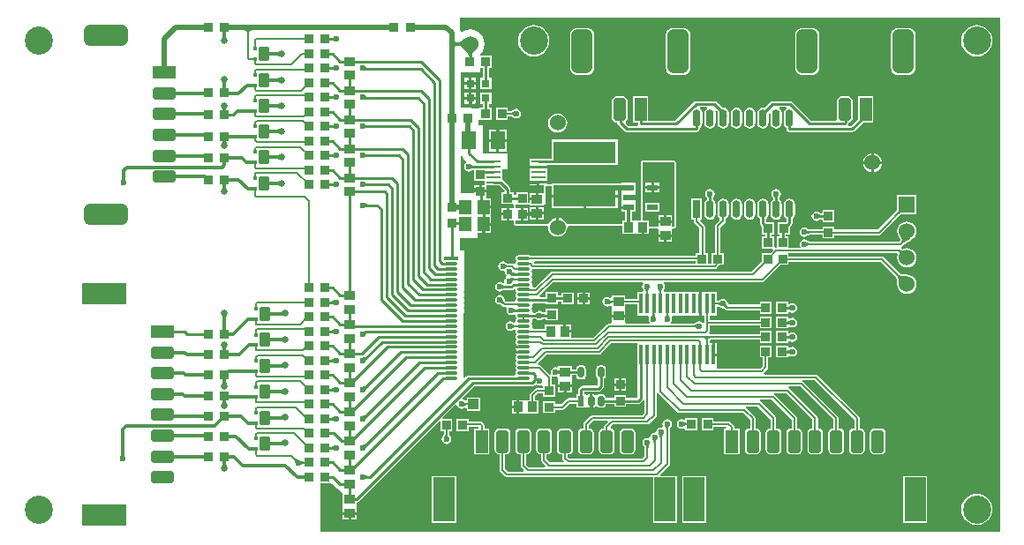
<source format=gtl>
G04 Layer_Physical_Order=1*
G04 Layer_Color=255*
%FSLAX25Y25*%
%MOIN*%
G70*
G01*
G75*
G04:AMPARAMS|DCode=10|XSize=47.24mil|YSize=86.61mil|CornerRadius=11.81mil|HoleSize=0mil|Usage=FLASHONLY|Rotation=0.000|XOffset=0mil|YOffset=0mil|HoleType=Round|Shape=RoundedRectangle|*
%AMROUNDEDRECTD10*
21,1,0.04724,0.06299,0,0,0.0*
21,1,0.02362,0.08661,0,0,0.0*
1,1,0.02362,0.01181,-0.03150*
1,1,0.02362,-0.01181,-0.03150*
1,1,0.02362,-0.01181,0.03150*
1,1,0.02362,0.01181,0.03150*
%
%ADD10ROUNDEDRECTD10*%
%ADD11R,0.07874X0.16535*%
%ADD12R,0.04724X0.08661*%
%ADD13R,0.03347X0.03347*%
G04:AMPARAMS|DCode=14|XSize=47.24mil|YSize=86.61mil|CornerRadius=11.81mil|HoleSize=0mil|Usage=FLASHONLY|Rotation=270.000|XOffset=0mil|YOffset=0mil|HoleType=Round|Shape=RoundedRectangle|*
%AMROUNDEDRECTD14*
21,1,0.04724,0.06299,0,0,270.0*
21,1,0.02362,0.08661,0,0,270.0*
1,1,0.02362,-0.03150,-0.01181*
1,1,0.02362,-0.03150,0.01181*
1,1,0.02362,0.03150,0.01181*
1,1,0.02362,0.03150,-0.01181*
%
%ADD14ROUNDEDRECTD14*%
%ADD15R,0.16535X0.07874*%
%ADD16R,0.08661X0.04724*%
G04:AMPARAMS|DCode=17|XSize=78.74mil|YSize=165.35mil|CornerRadius=19.68mil|HoleSize=0mil|Usage=FLASHONLY|Rotation=270.000|XOffset=0mil|YOffset=0mil|HoleType=Round|Shape=RoundedRectangle|*
%AMROUNDEDRECTD17*
21,1,0.07874,0.12598,0,0,270.0*
21,1,0.03937,0.16535,0,0,270.0*
1,1,0.03937,-0.06299,-0.01968*
1,1,0.03937,-0.06299,0.01968*
1,1,0.03937,0.06299,0.01968*
1,1,0.03937,0.06299,-0.01968*
%
%ADD17ROUNDEDRECTD17*%
%ADD18R,0.03937X0.03543*%
%ADD19R,0.03543X0.03937*%
%ADD20R,0.03347X0.03347*%
%ADD21R,0.01400X0.07800*%
G04:AMPARAMS|DCode=22|XSize=78.74mil|YSize=165.35mil|CornerRadius=19.68mil|HoleSize=0mil|Usage=FLASHONLY|Rotation=180.000|XOffset=0mil|YOffset=0mil|HoleType=Round|Shape=RoundedRectangle|*
%AMROUNDEDRECTD22*
21,1,0.07874,0.12598,0,0,180.0*
21,1,0.03937,0.16535,0,0,180.0*
1,1,0.03937,-0.01968,0.06299*
1,1,0.03937,0.01968,0.06299*
1,1,0.03937,0.01968,-0.06299*
1,1,0.03937,-0.01968,-0.06299*
%
%ADD22ROUNDEDRECTD22*%
%ADD23R,0.03150X0.03150*%
%ADD24R,0.04134X0.02362*%
%ADD25R,0.04528X0.05512*%
G04:AMPARAMS|DCode=26|XSize=39.37mil|YSize=51.18mil|CornerRadius=2.95mil|HoleSize=0mil|Usage=FLASHONLY|Rotation=0.000|XOffset=0mil|YOffset=0mil|HoleType=Round|Shape=RoundedRectangle|*
%AMROUNDEDRECTD26*
21,1,0.03937,0.04528,0,0,0.0*
21,1,0.03347,0.05118,0,0,0.0*
1,1,0.00591,0.01673,-0.02264*
1,1,0.00591,-0.01673,-0.02264*
1,1,0.00591,-0.01673,0.02264*
1,1,0.00591,0.01673,0.02264*
%
%ADD26ROUNDEDRECTD26*%
%ADD27R,0.01772X0.01181*%
%ADD28R,0.01968X0.01221*%
%ADD29O,0.05315X0.01181*%
%ADD30R,0.05315X0.01181*%
%ADD31R,0.05512X0.07087*%
%ADD32R,0.23622X0.08268*%
%ADD33R,0.03937X0.03937*%
%ADD34O,0.02992X0.06693*%
%ADD35R,0.02992X0.06693*%
%ADD36R,0.02362X0.03937*%
G04:AMPARAMS|DCode=37|XSize=23.62mil|YSize=39.37mil|CornerRadius=5.91mil|HoleSize=0mil|Usage=FLASHONLY|Rotation=180.000|XOffset=0mil|YOffset=0mil|HoleType=Round|Shape=RoundedRectangle|*
%AMROUNDEDRECTD37*
21,1,0.02362,0.02756,0,0,180.0*
21,1,0.01181,0.03937,0,0,180.0*
1,1,0.01181,-0.00591,0.01378*
1,1,0.01181,0.00591,0.01378*
1,1,0.01181,0.00591,-0.01378*
1,1,0.01181,-0.00591,-0.01378*
%
%ADD37ROUNDEDRECTD37*%
%ADD38R,0.05512X0.01102*%
%ADD39C,0.00800*%
%ADD40C,0.01000*%
%ADD41C,0.01200*%
%ADD42C,0.02000*%
%ADD43C,0.06000*%
%ADD44C,0.10630*%
%ADD45R,0.06000X0.06000*%
%ADD46C,0.02600*%
%ADD47C,0.02362*%
G36*
X203731Y132069D02*
Y128847D01*
X228553D01*
Y132069D01*
X230010D01*
Y131996D01*
X232677D01*
Y130996D01*
X230010D01*
Y129715D01*
X230010D01*
Y129537D01*
X230010D01*
Y125975D01*
X230010D01*
Y125797D01*
X230010D01*
Y124516D01*
X232677D01*
Y123516D01*
X230010D01*
Y122235D01*
X231470D01*
Y119104D01*
X230404D01*
Y117569D01*
X209374Y117569D01*
X209050Y118351D01*
X208473Y119103D01*
X207721Y119680D01*
X206845Y120043D01*
X206405Y120101D01*
Y116535D01*
X205405D01*
Y120101D01*
X204966Y120043D01*
X204090Y119680D01*
X203338Y119103D01*
X202761Y118351D01*
X202437Y117569D01*
X190000Y117569D01*
Y118999D01*
X190227Y119176D01*
X190300Y119176D01*
X192000D01*
Y121449D01*
Y123722D01*
X190300D01*
X190000Y123899D01*
Y125068D01*
X195431Y125068D01*
Y124786D01*
X200569D01*
Y125068D01*
X201447D01*
Y132069D01*
X203731D01*
D02*
G37*
G36*
X133194Y125568D02*
X133267Y125512D01*
X133346Y125463D01*
X133430Y125421D01*
X133521Y125385D01*
X133617Y125355D01*
X133720Y125333D01*
X133828Y125316D01*
X133942Y125306D01*
X134062Y125303D01*
Y124303D01*
X133942Y124300D01*
X133828Y124290D01*
X133720Y124274D01*
X133617Y124251D01*
X133521Y124222D01*
X133430Y124186D01*
X133346Y124143D01*
X133267Y124094D01*
X133194Y124039D01*
X133127Y123976D01*
Y125630D01*
X133194Y125568D01*
D02*
G37*
G36*
X108929Y28246D02*
X109016Y28173D01*
X109107Y28109D01*
X109201Y28054D01*
X109297Y28007D01*
X109396Y27968D01*
X109498Y27938D01*
X109602Y27917D01*
X109710Y27904D01*
X109820Y27900D01*
Y27100D01*
X109710Y27096D01*
X109602Y27083D01*
X109498Y27062D01*
X109396Y27032D01*
X109297Y26993D01*
X109201Y26946D01*
X109107Y26891D01*
X109016Y26827D01*
X108929Y26754D01*
X108844Y26673D01*
Y28327D01*
X108929Y28246D01*
D02*
G37*
G36*
X80772Y71054D02*
X80720Y70981D01*
X80673Y70901D01*
X80633Y70812D01*
X80599Y70716D01*
X80571Y70611D01*
X80549Y70499D01*
X80533Y70378D01*
X80524Y70250D01*
X80521Y70114D01*
X79321D01*
X79318Y70250D01*
X79293Y70499D01*
X79272Y70611D01*
X79244Y70716D01*
X79210Y70812D01*
X79169Y70901D01*
X79123Y70981D01*
X79070Y71054D01*
X79011Y71119D01*
X80831D01*
X80772Y71054D01*
D02*
G37*
G36*
X102274Y73087D02*
X102206Y73128D01*
X102130Y73165D01*
X102047Y73197D01*
X101956Y73225D01*
X101857Y73249D01*
X101750Y73269D01*
X101514Y73295D01*
X101384Y73301D01*
X101247Y73303D01*
X100965Y74503D01*
X101101Y74507D01*
X101228Y74518D01*
X101346Y74536D01*
X101455Y74562D01*
X101553Y74595D01*
X101643Y74635D01*
X101723Y74683D01*
X101794Y74738D01*
X101855Y74800D01*
X101907Y74869D01*
X102274Y73087D01*
D02*
G37*
G36*
X263450Y74600D02*
X263298Y74592D01*
X263162Y74568D01*
X263042Y74528D01*
X262938Y74472D01*
X262850Y74400D01*
X262778Y74312D01*
X262722Y74208D01*
X262682Y74088D01*
X262658Y73952D01*
X262650Y73800D01*
X261850D01*
X261842Y73952D01*
X261818Y74088D01*
X261778Y74208D01*
X261722Y74312D01*
X261650Y74400D01*
X261562Y74472D01*
X261458Y74528D01*
X261338Y74568D01*
X261202Y74592D01*
X261050Y74600D01*
X262250Y75400D01*
X263450Y74600D01*
D02*
G37*
G36*
X80654Y27297D02*
X80679Y27048D01*
X80701Y26936D01*
X80729Y26831D01*
X80763Y26735D01*
X80803Y26646D01*
X80850Y26566D01*
X80902Y26493D01*
X80961Y26428D01*
X79141D01*
X79200Y26493D01*
X79253Y26566D01*
X79299Y26646D01*
X79340Y26735D01*
X79374Y26831D01*
X79402Y26936D01*
X79423Y27048D01*
X79439Y27169D01*
X79448Y27297D01*
X79451Y27433D01*
X80651D01*
X80654Y27297D01*
D02*
G37*
G36*
X80890Y83042D02*
X80840Y82968D01*
X80796Y82886D01*
X80757Y82796D01*
X80725Y82699D01*
X80698Y82593D01*
X80678Y82480D01*
X80663Y82360D01*
X80654Y82231D01*
X80651Y82095D01*
X79451Y82042D01*
X79448Y82178D01*
X79422Y82426D01*
X79399Y82538D01*
X79370Y82641D01*
X79335Y82736D01*
X79293Y82824D01*
X79244Y82903D01*
X79189Y82974D01*
X79127Y83037D01*
X80946Y83108D01*
X80890Y83042D01*
D02*
G37*
G36*
X198312Y82240D02*
X198243Y82300D01*
X198168Y82353D01*
X198088Y82400D01*
X198002Y82440D01*
X197910Y82475D01*
X197813Y82503D01*
X197710Y82525D01*
X197601Y82540D01*
X197487Y82550D01*
X197367Y82553D01*
X197322Y83553D01*
X197443Y83556D01*
X197557Y83566D01*
X197664Y83583D01*
X197766Y83607D01*
X197862Y83638D01*
X197951Y83675D01*
X198034Y83719D01*
X198111Y83770D01*
X198182Y83828D01*
X198246Y83892D01*
X198312Y82240D01*
D02*
G37*
G36*
X121527Y76242D02*
X121460Y76304D01*
X121387Y76359D01*
X121308Y76408D01*
X121223Y76451D01*
X121133Y76487D01*
X121036Y76516D01*
X120934Y76539D01*
X120826Y76555D01*
X120711Y76565D01*
X120591Y76569D01*
Y77569D01*
X120711Y77572D01*
X120826Y77582D01*
X120934Y77598D01*
X121036Y77621D01*
X121133Y77650D01*
X121223Y77686D01*
X121308Y77729D01*
X121387Y77778D01*
X121460Y77833D01*
X121527Y77895D01*
Y76242D01*
D02*
G37*
G36*
X189023Y79869D02*
X189108Y79795D01*
X189197Y79729D01*
X189289Y79672D01*
X189384Y79625D01*
X189482Y79585D01*
X189583Y79555D01*
X189688Y79533D01*
X189795Y79520D01*
X189906Y79516D01*
X189883Y78716D01*
X189773Y78712D01*
X189666Y78699D01*
X189561Y78678D01*
X189458Y78649D01*
X189358Y78611D01*
X189261Y78566D01*
X189166Y78511D01*
X189074Y78449D01*
X188984Y78378D01*
X188896Y78298D01*
X188940Y79951D01*
X189023Y79869D01*
D02*
G37*
G36*
X258408Y78307D02*
X258323Y78388D01*
X258236Y78461D01*
X258145Y78525D01*
X258051Y78580D01*
X257955Y78627D01*
X257856Y78666D01*
X257754Y78695D01*
X257650Y78717D01*
X257542Y78730D01*
X257432Y78734D01*
Y79534D01*
X257542Y79538D01*
X257650Y79551D01*
X257754Y79572D01*
X257856Y79602D01*
X257955Y79641D01*
X258051Y79688D01*
X258145Y79743D01*
X258236Y79807D01*
X258323Y79879D01*
X258408Y79961D01*
Y78307D01*
D02*
G37*
G36*
X42602Y135098D02*
X42620Y134869D01*
X42636Y134768D01*
X42657Y134675D01*
X42682Y134591D01*
X42711Y134516D01*
X42745Y134450D01*
X42784Y134392D01*
X42827Y134344D01*
X41173D01*
X41216Y134392D01*
X41255Y134450D01*
X41289Y134516D01*
X41318Y134591D01*
X41343Y134675D01*
X41364Y134768D01*
X41380Y134869D01*
X41391Y134979D01*
X41400Y135226D01*
X42600D01*
X42602Y135098D01*
D02*
G37*
G36*
X102274Y63252D02*
X102206Y63293D01*
X102130Y63330D01*
X102047Y63362D01*
X101956Y63391D01*
X101857Y63414D01*
X101750Y63434D01*
X101514Y63460D01*
X101384Y63466D01*
X101247Y63468D01*
X100965Y64669D01*
X101101Y64672D01*
X101228Y64683D01*
X101346Y64701D01*
X101455Y64727D01*
X101553Y64760D01*
X101643Y64800D01*
X101723Y64848D01*
X101794Y64903D01*
X101855Y64965D01*
X101907Y65035D01*
X102274Y63252D01*
D02*
G37*
G36*
X121527Y65242D02*
X121460Y65304D01*
X121387Y65359D01*
X121308Y65408D01*
X121223Y65451D01*
X121133Y65487D01*
X121036Y65516D01*
X120934Y65539D01*
X120826Y65555D01*
X120711Y65565D01*
X120591Y65569D01*
Y66568D01*
X120711Y66572D01*
X120826Y66582D01*
X120934Y66598D01*
X121036Y66621D01*
X121133Y66650D01*
X121223Y66686D01*
X121308Y66729D01*
X121387Y66778D01*
X121460Y66833D01*
X121527Y66895D01*
Y65242D01*
D02*
G37*
G36*
X80654Y58348D02*
X80679Y58100D01*
X80701Y57987D01*
X80729Y57883D01*
X80763Y57786D01*
X80803Y57698D01*
X80850Y57617D01*
X80902Y57544D01*
X80961Y57480D01*
X79141D01*
X79200Y57544D01*
X79253Y57617D01*
X79299Y57698D01*
X79340Y57786D01*
X79374Y57883D01*
X79402Y57987D01*
X79423Y58100D01*
X79439Y58220D01*
X79448Y58348D01*
X79451Y58484D01*
X80651D01*
X80654Y58348D01*
D02*
G37*
G36*
X173281Y140133D02*
X173353Y140078D01*
X173432Y140029D01*
X173517Y139986D01*
X173608Y139950D01*
X173704Y139921D01*
X173806Y139898D01*
X173915Y139882D01*
X174029Y139872D01*
X174149Y139868D01*
X174149Y138868D01*
X174029Y138865D01*
X173915Y138855D01*
X173806Y138839D01*
X173704Y138816D01*
X173608Y138787D01*
X173517Y138751D01*
X173432Y138708D01*
X173354Y138659D01*
X173281Y138604D01*
X173214Y138542D01*
X173214Y140195D01*
X173281Y140133D01*
D02*
G37*
G36*
X206029Y62576D02*
X206101Y62520D01*
X206180Y62471D01*
X206265Y62429D01*
X206356Y62393D01*
X206452Y62363D01*
X206554Y62340D01*
X206663Y62324D01*
X206777Y62314D01*
X206897Y62311D01*
Y61311D01*
X206777Y61308D01*
X206663Y61298D01*
X206554Y61282D01*
X206452Y61259D01*
X206356Y61229D01*
X206265Y61193D01*
X206180Y61151D01*
X206101Y61102D01*
X206029Y61046D01*
X205962Y60984D01*
Y62638D01*
X206029Y62576D01*
D02*
G37*
G36*
X121527Y131742D02*
X121460Y131804D01*
X121387Y131859D01*
X121308Y131908D01*
X121223Y131951D01*
X121133Y131987D01*
X121036Y132016D01*
X120934Y132039D01*
X120826Y132055D01*
X120711Y132065D01*
X120591Y132069D01*
Y133069D01*
X120711Y133072D01*
X120826Y133082D01*
X120934Y133098D01*
X121036Y133121D01*
X121133Y133150D01*
X121223Y133186D01*
X121308Y133229D01*
X121387Y133278D01*
X121460Y133333D01*
X121527Y133395D01*
Y131742D01*
D02*
G37*
G36*
X80524Y131718D02*
X80549Y131470D01*
X80571Y131357D01*
X80599Y131253D01*
X80633Y131156D01*
X80673Y131068D01*
X80720Y130987D01*
X80772Y130914D01*
X80831Y130850D01*
X79011D01*
X79070Y130914D01*
X79123Y130987D01*
X79169Y131068D01*
X79210Y131156D01*
X79244Y131253D01*
X79272Y131357D01*
X79293Y131470D01*
X79309Y131590D01*
X79318Y131718D01*
X79321Y131854D01*
X80521D01*
X80524Y131718D01*
D02*
G37*
G36*
X107077Y28995D02*
X107162Y28928D01*
X107251Y28869D01*
X107344Y28818D01*
X107441Y28775D01*
X107543Y28740D01*
X107648Y28714D01*
X107757Y28695D01*
X107871Y28684D01*
X107988Y28681D01*
X106819Y27512D01*
X106816Y27629D01*
X106805Y27743D01*
X106787Y27852D01*
X106760Y27957D01*
X106725Y28059D01*
X106682Y28156D01*
X106631Y28249D01*
X106572Y28338D01*
X106505Y28423D01*
X106430Y28504D01*
X106996Y29070D01*
X107077Y28995D01*
D02*
G37*
G36*
X100572Y132170D02*
X100507Y132229D01*
X100434Y132282D01*
X100354Y132328D01*
X100265Y132369D01*
X100169Y132403D01*
X100064Y132431D01*
X99952Y132452D01*
X99831Y132468D01*
X99703Y132477D01*
X99567Y132480D01*
Y133680D01*
X99703Y133683D01*
X99952Y133708D01*
X100064Y133730D01*
X100169Y133758D01*
X100265Y133792D01*
X100354Y133832D01*
X100434Y133879D01*
X100507Y133931D01*
X100572Y133990D01*
Y132170D01*
D02*
G37*
G36*
X133981Y66973D02*
X133899Y66886D01*
X133825Y66798D01*
X133760Y66710D01*
X133704Y66621D01*
X133656Y66532D01*
X133618Y66443D01*
X133588Y66353D01*
X133567Y66262D01*
X133555Y66172D01*
X133551Y66080D01*
X132382Y67250D01*
X132473Y67253D01*
X132564Y67265D01*
X132654Y67286D01*
X132744Y67316D01*
X132834Y67355D01*
X132923Y67402D01*
X133011Y67458D01*
X133099Y67523D01*
X133187Y67597D01*
X133274Y67680D01*
X133981Y66973D01*
D02*
G37*
G36*
X133281Y133333D02*
X133353Y133278D01*
X133432Y133229D01*
X133517Y133186D01*
X133607Y133150D01*
X133704Y133121D01*
X133806Y133098D01*
X133915Y133082D01*
X134029Y133072D01*
X134149Y133069D01*
Y132069D01*
X134029Y132065D01*
X133915Y132055D01*
X133806Y132039D01*
X133704Y132016D01*
X133607Y131987D01*
X133517Y131951D01*
X133432Y131908D01*
X133353Y131859D01*
X133281Y131804D01*
X133214Y131742D01*
Y133395D01*
X133281Y133333D01*
D02*
G37*
G36*
X335462Y107794D02*
X335554Y107719D01*
X335643Y107657D01*
X335730Y107609D01*
X335814Y107574D01*
X335896Y107553D01*
X335975Y107546D01*
X336052Y107552D01*
X336126Y107572D01*
X336197Y107605D01*
X335080Y106488D01*
X335113Y106560D01*
X335133Y106633D01*
X335139Y106710D01*
X335132Y106789D01*
X335111Y106871D01*
X335076Y106955D01*
X335028Y107042D01*
X334966Y107131D01*
X334891Y107223D01*
X334802Y107317D01*
X335368Y107883D01*
X335462Y107794D01*
D02*
G37*
G36*
X257976Y102846D02*
X197134D01*
X196955Y103087D01*
X197256Y103687D01*
X257976D01*
Y102846D01*
D02*
G37*
G36*
X186180Y102533D02*
X186268Y102461D01*
X186359Y102397D01*
X186452Y102341D01*
X186549Y102294D01*
X186648Y102256D01*
X186750Y102226D01*
X186854Y102205D01*
X186962Y102192D01*
X187072Y102187D01*
Y101387D01*
X186962Y101383D01*
X186854Y101370D01*
X186750Y101349D01*
X186648Y101319D01*
X186549Y101281D01*
X186452Y101234D01*
X186359Y101178D01*
X186268Y101114D01*
X186180Y101042D01*
X186095Y100961D01*
Y102614D01*
X186180Y102533D01*
D02*
G37*
G36*
X238193Y95474D02*
X238250Y95231D01*
X237889Y94691D01*
X237751Y93996D01*
X237889Y93301D01*
X238224Y92800D01*
X238193Y92652D01*
X238076Y92397D01*
X238012Y92296D01*
X237942Y92222D01*
X237919Y92203D01*
X237915Y92200D01*
X237914Y92200D01*
X235950D01*
Y89307D01*
X231407D01*
Y90659D01*
X226270D01*
Y90035D01*
X226172Y89917D01*
X225670Y89719D01*
X225301Y89965D01*
X224606Y90103D01*
X223911Y89965D01*
X223322Y89571D01*
X222929Y88982D01*
X222790Y88287D01*
X222929Y87592D01*
X223322Y87003D01*
X223911Y86610D01*
X224606Y86471D01*
X225301Y86610D01*
X225670Y86856D01*
X226172Y86658D01*
X226270Y86540D01*
Y85944D01*
X226270Y85916D01*
Y85344D01*
X226270Y85316D01*
Y83472D01*
X231407D01*
Y85316D01*
X231407Y85344D01*
Y85916D01*
X231407Y85944D01*
Y87268D01*
X235950D01*
Y83200D01*
X240138D01*
X240458Y82600D01*
X240448Y82585D01*
X240310Y81890D01*
X240448Y81195D01*
X240743Y80753D01*
X240558Y80253D01*
X240477Y80153D01*
X231776D01*
X231407Y80601D01*
X231407Y80753D01*
Y82472D01*
X226270D01*
Y80753D01*
X226270Y80601D01*
X225902Y80153D01*
X225272D01*
X224882Y80076D01*
X224552Y79855D01*
X219360Y74664D01*
X210935D01*
Y76665D01*
X208563D01*
Y77165D01*
X208063D01*
Y79734D01*
X206191D01*
Y79734D01*
X205620D01*
Y79734D01*
X200876D01*
Y78167D01*
X196736D01*
X196579Y78357D01*
X196361Y78767D01*
X196430Y79116D01*
X196338Y79580D01*
X196075Y79974D01*
Y80226D01*
X196338Y80620D01*
X196430Y81084D01*
X196381Y81331D01*
X196749Y81931D01*
X197288D01*
X197350Y81903D01*
X197452Y81901D01*
X197528Y81895D01*
X197596Y81885D01*
X197655Y81872D01*
X197705Y81858D01*
X197749Y81841D01*
X197785Y81824D01*
X197816Y81806D01*
X197843Y81787D01*
X197889Y81747D01*
X197990Y81714D01*
X198427Y81422D01*
X199122Y81284D01*
X199817Y81422D01*
X200341Y81773D01*
X200407Y81797D01*
X200451Y81838D01*
X200475Y81856D01*
X200502Y81873D01*
X200535Y81889D01*
X200574Y81905D01*
X200622Y81919D01*
X200678Y81932D01*
X200743Y81942D01*
X200749Y81942D01*
X200862Y81914D01*
X201349Y81536D01*
Y81276D01*
X205895D01*
Y85822D01*
X201349D01*
Y84664D01*
X200862Y84286D01*
X200749Y84258D01*
X200743Y84258D01*
X200678Y84268D01*
X200622Y84281D01*
X200574Y84295D01*
X200535Y84311D01*
X200502Y84327D01*
X200475Y84344D01*
X200451Y84362D01*
X200407Y84403D01*
X200341Y84427D01*
X199817Y84778D01*
X199122Y84916D01*
X198427Y84778D01*
X197838Y84384D01*
X197827Y84368D01*
X197787Y84352D01*
X197746Y84310D01*
X197725Y84294D01*
X197702Y84278D01*
X197673Y84263D01*
X197637Y84248D01*
X197593Y84234D01*
X197540Y84221D01*
X197477Y84211D01*
X197405Y84205D01*
X197304Y84202D01*
X197299Y84200D01*
X197294Y84202D01*
X197235Y84174D01*
X196749D01*
X196381Y84774D01*
X196430Y85021D01*
X196338Y85486D01*
X196075Y85880D01*
Y86131D01*
X196338Y86525D01*
X196430Y86990D01*
X196381Y87237D01*
X196749Y87837D01*
X201349D01*
Y87378D01*
X205895D01*
Y88478D01*
X207298D01*
Y87327D01*
X211844D01*
Y91873D01*
X207298D01*
Y90722D01*
X205895D01*
Y91924D01*
X201349D01*
Y90080D01*
X199392D01*
X199144Y90680D01*
X204295Y95831D01*
X238027D01*
X238193Y95474D01*
D02*
G37*
G36*
X339221Y112423D02*
X336491Y110728D01*
X335500Y110869D01*
X335656Y111050D01*
X335772Y111243D01*
X335849Y111447D01*
X335886Y111663D01*
X335885Y111890D01*
X335843Y112129D01*
X335763Y112379D01*
X335643Y112641D01*
X335484Y112915D01*
X335285Y113200D01*
X339221Y112423D01*
D02*
G37*
G36*
X300051Y110846D02*
X300138Y110773D01*
X300229Y110709D01*
X300323Y110654D01*
X300419Y110607D01*
X300518Y110568D01*
X300620Y110538D01*
X300724Y110517D01*
X300832Y110504D01*
X300942Y110500D01*
Y109700D01*
X300832Y109696D01*
X300724Y109683D01*
X300620Y109662D01*
X300518Y109632D01*
X300419Y109593D01*
X300323Y109546D01*
X300229Y109491D01*
X300138Y109427D01*
X300051Y109354D01*
X299966Y109273D01*
Y110927D01*
X300051Y110846D01*
D02*
G37*
G36*
X185014Y94684D02*
X185087Y94628D01*
X185165Y94579D01*
X185250Y94537D01*
X185341Y94501D01*
X185437Y94471D01*
X185539Y94448D01*
X185648Y94432D01*
X185762Y94422D01*
X185882Y94419D01*
Y93419D01*
X185762Y93416D01*
X185648Y93406D01*
X185539Y93389D01*
X185437Y93367D01*
X185341Y93337D01*
X185250Y93301D01*
X185165Y93259D01*
X185087Y93210D01*
X185014Y93154D01*
X184947Y93092D01*
Y94746D01*
X185014Y94684D01*
D02*
G37*
G36*
X245332Y93068D02*
X245260Y92980D01*
X245196Y92889D01*
X245140Y92796D01*
X245093Y92699D01*
X245055Y92600D01*
X245025Y92498D01*
X245004Y92394D01*
X244991Y92286D01*
X244987Y92176D01*
X244187D01*
X244182Y92286D01*
X244169Y92394D01*
X244148Y92498D01*
X244118Y92600D01*
X244080Y92699D01*
X244033Y92796D01*
X243977Y92889D01*
X243914Y92980D01*
X243841Y93068D01*
X243760Y93153D01*
X245413D01*
X245332Y93068D01*
D02*
G37*
G36*
X240313D02*
X240240Y92980D01*
X240176Y92889D01*
X240121Y92796D01*
X240074Y92699D01*
X240035Y92600D01*
X240005Y92498D01*
X239984Y92394D01*
X239971Y92286D01*
X239967Y92176D01*
X239167D01*
X239163Y92286D01*
X239150Y92394D01*
X239128Y92498D01*
X239099Y92600D01*
X239060Y92699D01*
X239013Y92796D01*
X238958Y92889D01*
X238894Y92980D01*
X238821Y93068D01*
X238740Y93153D01*
X240394D01*
X240313Y93068D01*
D02*
G37*
G36*
X188984Y99572D02*
X189005Y99515D01*
X189040Y99465D01*
X189087Y99421D01*
X189147Y99384D01*
X189221Y99354D01*
X189307Y99331D01*
X189407Y99314D01*
X189519Y99304D01*
X189645Y99301D01*
X189368Y98301D01*
X188000Y98443D01*
X188976Y99636D01*
X188984Y99572D01*
D02*
G37*
G36*
X187934Y97313D02*
X188022Y97296D01*
X188239Y97268D01*
X188512Y97248D01*
X189228Y97232D01*
X189389Y96432D01*
X189272Y96428D01*
X189165Y96413D01*
X189069Y96389D01*
X188982Y96356D01*
X188906Y96312D01*
X188840Y96260D01*
X188784Y96197D01*
X188738Y96126D01*
X188703Y96044D01*
X188677Y95953D01*
X187861Y97332D01*
X187934Y97313D01*
D02*
G37*
G36*
X334746Y98529D02*
X334933Y98413D01*
X335155Y98312D01*
X335410Y98225D01*
X335699Y98153D01*
X336022Y98094D01*
X336380Y98049D01*
X337196Y98002D01*
X337655Y98000D01*
X334685Y95030D01*
X334683Y95489D01*
X334636Y96305D01*
X334591Y96662D01*
X334532Y96986D01*
X334460Y97275D01*
X334373Y97530D01*
X334272Y97752D01*
X334156Y97939D01*
X334027Y98092D01*
X334593Y98658D01*
X334746Y98529D01*
D02*
G37*
G36*
X102274Y82921D02*
X102206Y82963D01*
X102130Y82999D01*
X102047Y83032D01*
X101956Y83060D01*
X101857Y83084D01*
X101750Y83103D01*
X101514Y83129D01*
X101384Y83136D01*
X101247Y83138D01*
X100965Y84338D01*
X101101Y84341D01*
X101228Y84352D01*
X101346Y84371D01*
X101455Y84396D01*
X101553Y84429D01*
X101643Y84470D01*
X101723Y84517D01*
X101794Y84572D01*
X101855Y84635D01*
X101907Y84704D01*
X102274Y82921D01*
D02*
G37*
G36*
X189311Y85796D02*
X189381Y85739D01*
X189458Y85688D01*
X189541Y85644D01*
X189630Y85606D01*
X189726Y85576D01*
X189828Y85552D01*
X189935Y85535D01*
X190049Y85525D01*
X190170Y85521D01*
X190125Y84521D01*
X190006Y84518D01*
X189891Y84509D01*
X189783Y84493D01*
X189680Y84471D01*
X189582Y84443D01*
X189490Y84409D01*
X189404Y84368D01*
X189324Y84321D01*
X189249Y84268D01*
X189180Y84209D01*
X189246Y85861D01*
X189311Y85796D01*
D02*
G37*
G36*
X133281Y22833D02*
X133353Y22778D01*
X133432Y22729D01*
X133517Y22686D01*
X133607Y22650D01*
X133704Y22621D01*
X133806Y22598D01*
X133915Y22582D01*
X134029Y22572D01*
X134149Y22569D01*
Y21568D01*
X134029Y21565D01*
X133915Y21555D01*
X133806Y21539D01*
X133704Y21516D01*
X133607Y21487D01*
X133517Y21451D01*
X133432Y21408D01*
X133353Y21359D01*
X133281Y21304D01*
X133214Y21242D01*
Y22895D01*
X133281Y22833D01*
D02*
G37*
G36*
X200032Y83865D02*
X200105Y83809D01*
X200184Y83760D01*
X200269Y83718D01*
X200360Y83682D01*
X200456Y83652D01*
X200558Y83629D01*
X200667Y83613D01*
X200781Y83603D01*
X200901Y83600D01*
Y82600D01*
X200781Y82597D01*
X200667Y82587D01*
X200558Y82571D01*
X200456Y82548D01*
X200360Y82518D01*
X200269Y82482D01*
X200184Y82440D01*
X200105Y82391D01*
X200032Y82335D01*
X199966Y82273D01*
Y83927D01*
X200032Y83865D01*
D02*
G37*
G36*
X247743Y83669D02*
X247746Y83560D01*
X247758Y83453D01*
X247778Y83348D01*
X247806Y83244D01*
X247842Y83143D01*
X247885Y83043D01*
X247936Y82945D01*
X247996Y82849D01*
X248063Y82754D01*
X248138Y82661D01*
X246491Y82799D01*
X246576Y82876D01*
X246653Y82957D01*
X246721Y83041D01*
X246780Y83130D01*
X246830Y83222D01*
X246870Y83318D01*
X246902Y83418D01*
X246924Y83521D01*
X246938Y83629D01*
X246942Y83740D01*
X247743Y83669D01*
D02*
G37*
G36*
X242530Y83600D02*
X242543Y83492D01*
X242564Y83387D01*
X242594Y83286D01*
X242633Y83187D01*
X242680Y83090D01*
X242735Y82997D01*
X242799Y82906D01*
X242872Y82818D01*
X242953Y82733D01*
X241299D01*
X241380Y82818D01*
X241453Y82906D01*
X241517Y82997D01*
X241572Y83090D01*
X241619Y83187D01*
X241658Y83286D01*
X241688Y83387D01*
X241709Y83492D01*
X241722Y83600D01*
X241726Y83710D01*
X242526D01*
X242530Y83600D01*
D02*
G37*
G36*
X250020Y116569D02*
X249068D01*
Y118157D01*
X243932D01*
Y116569D01*
X240462D01*
Y119104D01*
X237870D01*
Y141000D01*
X250020D01*
Y116569D01*
D02*
G37*
G36*
X225535Y89033D02*
X225623Y88960D01*
X225713Y88897D01*
X225807Y88841D01*
X225903Y88794D01*
X226002Y88756D01*
X226104Y88726D01*
X226209Y88705D01*
X226316Y88692D01*
X226426Y88687D01*
Y87887D01*
X226316Y87883D01*
X226209Y87870D01*
X226104Y87849D01*
X226002Y87819D01*
X225903Y87781D01*
X225807Y87734D01*
X225713Y87678D01*
X225623Y87614D01*
X225535Y87542D01*
X225450Y87461D01*
Y89114D01*
X225535Y89033D01*
D02*
G37*
G36*
X185306Y88971D02*
X185317Y88857D01*
X185336Y88748D01*
X185362Y88643D01*
X185397Y88541D01*
X185440Y88444D01*
X185491Y88351D01*
X185550Y88262D01*
X185617Y88177D01*
X185692Y88096D01*
X185126Y87530D01*
X185045Y87605D01*
X184960Y87672D01*
X184871Y87731D01*
X184778Y87782D01*
X184681Y87825D01*
X184579Y87860D01*
X184474Y87887D01*
X184365Y87905D01*
X184251Y87916D01*
X184134Y87919D01*
X185303Y89088D01*
X185306Y88971D01*
D02*
G37*
G36*
X269589Y87469D02*
X269600Y87356D01*
X269619Y87246D01*
X269646Y87141D01*
X269681Y87040D01*
X269724Y86943D01*
X269775Y86849D01*
X269833Y86760D01*
X269900Y86675D01*
X269975Y86594D01*
X269410Y86029D01*
X269329Y86104D01*
X269244Y86171D01*
X269155Y86229D01*
X269061Y86280D01*
X268964Y86323D01*
X268863Y86358D01*
X268758Y86385D01*
X268648Y86404D01*
X268535Y86415D01*
X268417Y86417D01*
X269586Y87587D01*
X269589Y87469D01*
D02*
G37*
G36*
X267562Y86772D02*
X267477Y86853D01*
X267389Y86925D01*
X267299Y86989D01*
X267205Y87045D01*
X267109Y87092D01*
X267010Y87130D01*
X266908Y87160D01*
X266803Y87181D01*
X266696Y87194D01*
X266586Y87198D01*
Y87998D01*
X266696Y88003D01*
X266803Y88016D01*
X266908Y88037D01*
X267010Y88067D01*
X267109Y88105D01*
X267205Y88152D01*
X267299Y88208D01*
X267389Y88272D01*
X267477Y88344D01*
X267562Y88425D01*
Y86772D01*
D02*
G37*
G36*
X121527Y87242D02*
X121460Y87304D01*
X121387Y87359D01*
X121308Y87408D01*
X121223Y87451D01*
X121133Y87487D01*
X121036Y87516D01*
X120934Y87539D01*
X120826Y87555D01*
X120711Y87565D01*
X120591Y87568D01*
Y88569D01*
X120711Y88572D01*
X120826Y88582D01*
X120934Y88598D01*
X121036Y88621D01*
X121133Y88650D01*
X121223Y88686D01*
X121308Y88729D01*
X121387Y88778D01*
X121460Y88833D01*
X121527Y88895D01*
Y87242D01*
D02*
G37*
G36*
X100572Y142044D02*
X100507Y142103D01*
X100434Y142156D01*
X100354Y142202D01*
X100265Y142243D01*
X100169Y142277D01*
X100064Y142305D01*
X99952Y142326D01*
X99831Y142342D01*
X99703Y142351D01*
X99567Y142354D01*
Y143554D01*
X99703Y143557D01*
X99952Y143582D01*
X100064Y143604D01*
X100169Y143632D01*
X100265Y143666D01*
X100354Y143706D01*
X100434Y143753D01*
X100507Y143805D01*
X100572Y143864D01*
Y142044D01*
D02*
G37*
G36*
X372832Y195666D02*
X372832Y1304D01*
X116240Y1304D01*
Y19727D01*
X120194D01*
X120664Y19411D01*
X124414Y16435D01*
X124802Y16029D01*
X124802D01*
X124802Y16029D01*
Y11314D01*
X124802Y11286D01*
Y10714D01*
X124802Y10686D01*
Y8843D01*
X129939D01*
Y10686D01*
X129939Y10714D01*
Y11286D01*
X129939Y11314D01*
Y12502D01*
X130350Y12584D01*
X130714Y12827D01*
X161050Y43163D01*
X161605Y42933D01*
Y39459D01*
X162858D01*
Y38282D01*
X162829Y38218D01*
X162826Y38134D01*
X162819Y38079D01*
X162809Y38027D01*
X162794Y37978D01*
X162776Y37930D01*
X162752Y37882D01*
X162724Y37834D01*
X162688Y37784D01*
X162646Y37733D01*
X162581Y37665D01*
X162557Y37602D01*
X162200Y37068D01*
X162062Y36373D01*
X162200Y35678D01*
X162594Y35089D01*
X163183Y34695D01*
X163878Y34557D01*
X164573Y34695D01*
X165162Y35089D01*
X165556Y35678D01*
X165694Y36373D01*
X165556Y37068D01*
X165199Y37602D01*
X165175Y37665D01*
X165110Y37733D01*
X165068Y37784D01*
X165032Y37834D01*
X165004Y37882D01*
X164980Y37930D01*
X164962Y37978D01*
X164947Y38027D01*
X164937Y38079D01*
X164930Y38134D01*
X164927Y38218D01*
X164898Y38282D01*
Y39459D01*
X166151D01*
Y44006D01*
X162677D01*
X162448Y44560D01*
X167243Y49355D01*
X167894Y49158D01*
X167944Y48905D01*
X168338Y48316D01*
X168927Y47922D01*
X169622Y47784D01*
X170317Y47922D01*
X170851Y48279D01*
X170914Y48303D01*
X171476Y48152D01*
X171486Y48140D01*
X171507Y48110D01*
X171522Y48082D01*
X171525Y48075D01*
X171554Y47981D01*
Y47032D01*
X176690D01*
Y52169D01*
X171554D01*
Y51219D01*
X171525Y51125D01*
X171522Y51118D01*
X171507Y51090D01*
X171486Y51060D01*
X171476Y51048D01*
X170914Y50897D01*
X170851Y50921D01*
X170317Y51278D01*
X170064Y51328D01*
X169867Y51979D01*
X174335Y56447D01*
X196370D01*
X196370Y56447D01*
X196799Y56532D01*
X197163Y56775D01*
X197614Y57226D01*
X197716Y57216D01*
X198305Y56822D01*
X199000Y56684D01*
X199695Y56822D01*
X199749Y56858D01*
X200349Y56537D01*
Y55671D01*
X197958D01*
X197568Y55593D01*
X197237Y55372D01*
X195559Y53693D01*
X195337Y53363D01*
X195260Y52972D01*
Y51169D01*
X193936D01*
X193908Y51169D01*
X193336D01*
X193308Y51169D01*
X191465D01*
Y48600D01*
Y46031D01*
X193308D01*
X193336Y46031D01*
X193908D01*
X193936Y46031D01*
X198651D01*
Y51169D01*
X197299D01*
Y52550D01*
X198381Y53632D01*
X200349D01*
Y52378D01*
X204895D01*
Y56924D01*
X203642D01*
Y59600D01*
X203565Y59985D01*
X203577Y60003D01*
X204002Y60415D01*
X204423Y60133D01*
X205118Y59995D01*
X205493Y60070D01*
X206093Y59654D01*
Y59369D01*
X206093Y59341D01*
Y58769D01*
X206093Y58741D01*
Y56898D01*
X211230D01*
Y58741D01*
X211230Y58769D01*
Y59341D01*
X211230Y59369D01*
Y60591D01*
X212959D01*
Y60335D01*
X213052Y59870D01*
X213315Y59476D01*
X213709Y59213D01*
X214173Y59121D01*
X215354D01*
X215819Y59213D01*
X216213Y59476D01*
X216476Y59870D01*
X216568Y60335D01*
Y63090D01*
X216476Y63555D01*
X216213Y63949D01*
X215819Y64212D01*
X215354Y64304D01*
X214173D01*
X213709Y64212D01*
X213315Y63949D01*
X213052Y63555D01*
X212959Y63090D01*
Y62834D01*
X211230D01*
Y64084D01*
X206093D01*
Y63968D01*
X205493Y63552D01*
X205118Y63627D01*
X204423Y63489D01*
X203834Y63095D01*
X203440Y62506D01*
X203302Y61811D01*
X203440Y61116D01*
X203529Y60984D01*
X203063Y60601D01*
X199575Y64089D01*
X199244Y64310D01*
X198854Y64387D01*
X198677D01*
X198429Y64987D01*
X201866Y68424D01*
X221522D01*
X221913Y68502D01*
X222243Y68723D01*
X226101Y72580D01*
X235950D01*
Y63800D01*
X236128D01*
Y52281D01*
X235854Y52007D01*
X231801D01*
Y53159D01*
X227254D01*
Y52007D01*
X224048D01*
Y52264D01*
X223956Y52728D01*
X223693Y53122D01*
X223299Y53385D01*
X222835Y53478D01*
X221654D01*
X221189Y53385D01*
X220795Y53122D01*
X220724Y53016D01*
X220024D01*
X219953Y53122D01*
X219559Y53385D01*
X219094Y53478D01*
X219004D01*
Y50886D01*
Y49023D01*
X219007Y48903D01*
X219017Y48789D01*
X219033Y48680D01*
X219056Y48578D01*
X219086Y48482D01*
X219122Y48391D01*
X219163Y48308D01*
X219559Y48386D01*
X219953Y48649D01*
X220024Y48756D01*
X220724D01*
X220795Y48649D01*
X221189Y48386D01*
X221654Y48294D01*
X222835D01*
X223299Y48386D01*
X223693Y48649D01*
X223956Y49043D01*
X224048Y49508D01*
Y49764D01*
X227254D01*
Y48613D01*
X231801D01*
Y49764D01*
X236319D01*
X236319Y49764D01*
X236748Y49850D01*
X237112Y50093D01*
X238043Y51024D01*
X238043Y51024D01*
X238130Y51155D01*
X238730Y50973D01*
Y46472D01*
X237767Y45508D01*
X218898D01*
X218508Y45430D01*
X218177Y45209D01*
X215814Y42847D01*
X215594Y42516D01*
X215516Y42126D01*
Y40499D01*
X215354D01*
X214659Y40360D01*
X214070Y39967D01*
X213677Y39378D01*
X213538Y38683D01*
Y32383D01*
X213677Y31688D01*
X214070Y31099D01*
X214659Y30706D01*
X215354Y30567D01*
X217717D01*
X218411Y30706D01*
X219001Y31099D01*
X219394Y31688D01*
X219532Y32383D01*
Y38683D01*
X219394Y39378D01*
X219001Y39967D01*
X218411Y40360D01*
X217717Y40499D01*
X217555D01*
Y41704D01*
X219320Y43469D01*
X224707D01*
X224937Y42914D01*
X223689Y41666D01*
X223467Y41335D01*
X223390Y40945D01*
Y40499D01*
X223228D01*
X222533Y40360D01*
X221944Y39967D01*
X221551Y39378D01*
X221412Y38683D01*
Y32383D01*
X221551Y31688D01*
X221944Y31099D01*
X222533Y30706D01*
X223228Y30567D01*
X225591D01*
X226286Y30706D01*
X226875Y31099D01*
X227268Y31688D01*
X227407Y32383D01*
Y38683D01*
X227268Y39378D01*
X226875Y39967D01*
X226286Y40360D01*
X226144Y40389D01*
X225946Y41040D01*
X226800Y41894D01*
X239764D01*
X240154Y41971D01*
X240485Y42192D01*
X243059Y44767D01*
X243281Y45098D01*
X243358Y45488D01*
Y53666D01*
X243958Y53848D01*
X244029Y53742D01*
X251149Y46622D01*
X251480Y46400D01*
X251870Y46323D01*
X276054D01*
X278508Y43869D01*
Y40499D01*
X278346D01*
X277652Y40360D01*
X277062Y39967D01*
X276669Y39378D01*
X276531Y38683D01*
Y32383D01*
X276669Y31688D01*
X277062Y31099D01*
X277652Y30706D01*
X278346Y30567D01*
X280709D01*
X281404Y30706D01*
X281993Y31099D01*
X282386Y31688D01*
X282525Y32383D01*
Y38683D01*
X282386Y39378D01*
X281993Y39967D01*
X281404Y40360D01*
X280709Y40499D01*
X280547D01*
Y44291D01*
X280469Y44682D01*
X280248Y45012D01*
X277197Y48063D01*
X276959Y48223D01*
X276987Y48622D01*
X277059Y48823D01*
X281428D01*
X286382Y43869D01*
Y40499D01*
X286221D01*
X285525Y40360D01*
X284936Y39967D01*
X284543Y39378D01*
X284404Y38683D01*
Y32383D01*
X284543Y31688D01*
X284936Y31099D01*
X285525Y30706D01*
X286221Y30567D01*
X288583D01*
X289278Y30706D01*
X289867Y31099D01*
X290260Y31688D01*
X290399Y32383D01*
Y38683D01*
X290260Y39378D01*
X289867Y39967D01*
X289278Y40360D01*
X288583Y40499D01*
X288421D01*
Y44291D01*
X288344Y44682D01*
X288123Y45012D01*
X282571Y50564D01*
X282333Y50723D01*
X282361Y51122D01*
X282433Y51323D01*
X286802D01*
X294256Y43869D01*
Y40499D01*
X294094D01*
X293400Y40360D01*
X292810Y39967D01*
X292417Y39378D01*
X292279Y38683D01*
Y32383D01*
X292417Y31688D01*
X292810Y31099D01*
X293400Y30706D01*
X294094Y30567D01*
X296457D01*
X297152Y30706D01*
X297741Y31099D01*
X298134Y31688D01*
X298273Y32383D01*
Y38683D01*
X298134Y39378D01*
X297741Y39967D01*
X297152Y40360D01*
X296457Y40499D01*
X296295D01*
Y44291D01*
X296218Y44682D01*
X295997Y45012D01*
X287945Y53063D01*
X287707Y53223D01*
X287735Y53622D01*
X287807Y53823D01*
X292176D01*
X302130Y43869D01*
Y40499D01*
X301969D01*
X301274Y40360D01*
X300684Y39967D01*
X300291Y39378D01*
X300152Y38683D01*
Y32383D01*
X300291Y31688D01*
X300684Y31099D01*
X301274Y30706D01*
X301969Y30567D01*
X304331D01*
X305026Y30706D01*
X305615Y31099D01*
X306009Y31688D01*
X306147Y32383D01*
Y38683D01*
X306009Y39378D01*
X305615Y39967D01*
X305026Y40360D01*
X304331Y40499D01*
X304169D01*
Y44291D01*
X304092Y44682D01*
X303871Y45012D01*
X293319Y55563D01*
X293081Y55723D01*
X293109Y56122D01*
X293181Y56323D01*
X297550D01*
X310004Y43869D01*
Y40499D01*
X309842D01*
X309148Y40360D01*
X308558Y39967D01*
X308165Y39378D01*
X308027Y38683D01*
Y32383D01*
X308165Y31688D01*
X308558Y31099D01*
X309148Y30706D01*
X309842Y30567D01*
X312205D01*
X312900Y30706D01*
X313489Y31099D01*
X313882Y31688D01*
X314021Y32383D01*
Y38683D01*
X313882Y39378D01*
X313489Y39967D01*
X312900Y40360D01*
X312205Y40499D01*
X312043D01*
Y44291D01*
X311966Y44682D01*
X311745Y45012D01*
X298693Y58064D01*
X298455Y58223D01*
X298483Y58622D01*
X298555Y58823D01*
X302924D01*
X317878Y43869D01*
Y40499D01*
X317717D01*
X317022Y40360D01*
X316432Y39967D01*
X316039Y39378D01*
X315901Y38683D01*
Y32383D01*
X316039Y31688D01*
X316432Y31099D01*
X317022Y30706D01*
X317717Y30567D01*
X320079D01*
X320774Y30706D01*
X321363Y31099D01*
X321757Y31688D01*
X321895Y32383D01*
Y38683D01*
X321757Y39378D01*
X321363Y39967D01*
X320774Y40360D01*
X320079Y40499D01*
X319917D01*
Y44291D01*
X319840Y44682D01*
X319619Y45012D01*
X304067Y60563D01*
X303737Y60785D01*
X303346Y60862D01*
X283941D01*
X283759Y61462D01*
X283792Y61484D01*
X285170Y62862D01*
X285391Y63192D01*
X285468Y63583D01*
Y67227D01*
X286722D01*
Y71773D01*
X282176D01*
Y67227D01*
X283429D01*
Y64005D01*
X282648Y63224D01*
X266109D01*
X266050Y63800D01*
X266050D01*
Y67800D01*
X264750D01*
Y68300D01*
X264250D01*
Y72800D01*
X263270D01*
Y73479D01*
X263577Y73963D01*
X263603Y73980D01*
X282176D01*
Y72727D01*
X286722D01*
Y77273D01*
X282176D01*
Y76020D01*
X263153D01*
X262904Y76620D01*
X262971Y76687D01*
X263192Y77017D01*
X263270Y77407D01*
Y79480D01*
X282176D01*
Y78227D01*
X286722D01*
Y82773D01*
X282176D01*
Y81520D01*
X263270D01*
Y83200D01*
X266050D01*
Y86245D01*
X266417Y86464D01*
X266645Y86546D01*
X266700Y86540D01*
X266751Y86529D01*
X266800Y86515D01*
X266848Y86496D01*
X266896Y86473D01*
X266945Y86444D01*
X266995Y86409D01*
X267046Y86367D01*
X267114Y86302D01*
X267177Y86277D01*
X267711Y85921D01*
X268340Y85795D01*
X268402Y85768D01*
X268496Y85766D01*
X268562Y85760D01*
X268622Y85749D01*
X268677Y85735D01*
X268727Y85718D01*
X268774Y85697D01*
X268819Y85673D01*
X268863Y85644D01*
X268906Y85609D01*
X268969Y85552D01*
X269034Y85528D01*
X269062Y85500D01*
X269393Y85278D01*
X269783Y85201D01*
X282176D01*
Y83727D01*
X286722D01*
Y88273D01*
X282176D01*
Y87240D01*
X270302D01*
X270286Y87277D01*
X270269Y87327D01*
X270255Y87382D01*
X270244Y87442D01*
X270238Y87508D01*
X270236Y87602D01*
X270209Y87664D01*
X270083Y88293D01*
X269690Y88882D01*
X269100Y89276D01*
X268406Y89414D01*
X267711Y89276D01*
X267177Y88920D01*
X267114Y88895D01*
X267046Y88830D01*
X266995Y88788D01*
X266945Y88753D01*
X266896Y88724D01*
X266848Y88701D01*
X266800Y88682D01*
X266751Y88668D01*
X266700Y88657D01*
X266645Y88651D01*
X266417Y88733D01*
X266050Y88951D01*
Y92200D01*
X260250D01*
Y87700D01*
Y83200D01*
X261230D01*
Y80459D01*
X260630Y80277D01*
X260536Y80418D01*
X259947Y80812D01*
X259252Y80950D01*
X258557Y80812D01*
X258023Y80455D01*
X257960Y80431D01*
X257892Y80366D01*
X257841Y80323D01*
X257791Y80288D01*
X257743Y80260D01*
X257695Y80236D01*
X257647Y80218D01*
X257598Y80203D01*
X257546Y80193D01*
X257491Y80186D01*
X257407Y80183D01*
X257343Y80153D01*
X248893D01*
X248812Y80253D01*
X248627Y80753D01*
X248922Y81195D01*
X249060Y81890D01*
X248922Y82585D01*
X248912Y82600D01*
X249232Y83200D01*
X259250D01*
Y87700D01*
Y92200D01*
X246240D01*
X246239Y92200D01*
X246235Y92203D01*
X246212Y92222D01*
X246142Y92296D01*
X246078Y92397D01*
X245961Y92652D01*
X245930Y92800D01*
X246264Y93301D01*
X246403Y93996D01*
X246264Y94691D01*
X245904Y95231D01*
X245961Y95474D01*
X246127Y95831D01*
X283203D01*
X283593Y95908D01*
X283924Y96129D01*
X290039Y102244D01*
X293143D01*
Y103498D01*
X327745D01*
X333512Y97731D01*
X333530Y97674D01*
X333629Y97557D01*
X333698Y97445D01*
X333768Y97290D01*
X333836Y97091D01*
X333897Y96848D01*
X333949Y96564D01*
X333989Y96246D01*
X334034Y95469D01*
X334036Y95027D01*
X334057Y94976D01*
X334178Y94060D01*
X334541Y93185D01*
X335118Y92432D01*
X335870Y91855D01*
X336745Y91493D01*
X337685Y91369D01*
X338625Y91493D01*
X339501Y91855D01*
X340253Y92432D01*
X340830Y93185D01*
X341192Y94060D01*
X341316Y95000D01*
X341192Y95940D01*
X340830Y96816D01*
X340253Y97568D01*
X339501Y98145D01*
X338625Y98507D01*
X337709Y98628D01*
X337658Y98649D01*
X337216Y98651D01*
X336439Y98696D01*
X336121Y98736D01*
X335837Y98788D01*
X335594Y98849D01*
X335395Y98917D01*
X335240Y98988D01*
X335128Y99057D01*
X335011Y99155D01*
X334954Y99173D01*
X328889Y105238D01*
X328558Y105459D01*
X328168Y105537D01*
X293143D01*
Y106580D01*
X333903D01*
X334236Y106081D01*
X334178Y105940D01*
X334054Y105000D01*
X334178Y104060D01*
X334541Y103184D01*
X335118Y102432D01*
X335870Y101855D01*
X336745Y101493D01*
X337685Y101369D01*
X338625Y101493D01*
X339501Y101855D01*
X340253Y102432D01*
X340830Y103184D01*
X341192Y104060D01*
X341316Y105000D01*
X341192Y105940D01*
X340830Y106816D01*
X340253Y107568D01*
X339501Y108145D01*
X338625Y108507D01*
X337685Y108631D01*
X336745Y108507D01*
X336003Y108200D01*
X335986Y108209D01*
X335945Y108238D01*
X335891Y108282D01*
X335813Y108356D01*
X335677Y108407D01*
X335519Y108513D01*
X335499Y108692D01*
X335570Y109135D01*
X335687Y109158D01*
X336018Y109379D01*
X336812Y110173D01*
X336833Y110177D01*
X339564Y111871D01*
X339571Y111881D01*
X339583Y111884D01*
X339630Y111955D01*
X340253Y112432D01*
X340830Y113184D01*
X341192Y114060D01*
X341316Y115000D01*
X341192Y115940D01*
X340830Y116815D01*
X340253Y117568D01*
X339501Y118145D01*
X338625Y118507D01*
X337685Y118631D01*
X336745Y118507D01*
X335870Y118145D01*
X335118Y117568D01*
X334541Y116815D01*
X334178Y115940D01*
X334054Y115000D01*
X334178Y114060D01*
X334541Y113184D01*
X334724Y112945D01*
X334746Y112838D01*
X334751Y112835D01*
X334752Y112829D01*
X334936Y112565D01*
X335066Y112342D01*
X335156Y112144D01*
X335211Y111973D01*
X335236Y111832D01*
X335237Y111716D01*
X335220Y111618D01*
X335185Y111527D01*
X335128Y111432D01*
X335008Y111292D01*
X334988Y111233D01*
X334875Y111120D01*
X301031D01*
X300967Y111149D01*
X300883Y111152D01*
X300828Y111159D01*
X300776Y111169D01*
X300727Y111184D01*
X300679Y111202D01*
X300631Y111226D01*
X300583Y111255D01*
X300533Y111290D01*
X300482Y111332D01*
X300414Y111397D01*
X300351Y111421D01*
X299817Y111778D01*
X299122Y111916D01*
X298427Y111778D01*
X297838Y111384D01*
X297444Y110795D01*
X297306Y110100D01*
X297444Y109405D01*
X297568Y109220D01*
X297248Y108620D01*
X293143D01*
Y112893D01*
X291992D01*
Y113795D01*
X293694D01*
Y116756D01*
X294163Y117224D01*
X294163Y117224D01*
X294406Y117588D01*
X294492Y118017D01*
X294492Y118017D01*
Y119722D01*
X294881Y119983D01*
X295344Y120676D01*
X295507Y121494D01*
Y125195D01*
X295344Y126012D01*
X294881Y126706D01*
X294188Y127169D01*
X293370Y127332D01*
X292552Y127169D01*
X291859Y126706D01*
X291396Y126012D01*
X291233Y125195D01*
Y121494D01*
X291396Y120676D01*
X291859Y119983D01*
X292249Y119722D01*
Y118482D01*
X292108Y118342D01*
X289148D01*
Y113795D01*
X289749D01*
Y112893D01*
X288597D01*
Y109029D01*
X288172Y108812D01*
X287643Y109162D01*
Y112893D01*
X286492D01*
Y113795D01*
X287592D01*
Y118342D01*
X284632D01*
X284492Y118482D01*
Y119722D01*
X284881Y119983D01*
X285345Y120676D01*
X285507Y121494D01*
Y125195D01*
X285345Y126012D01*
X284881Y126706D01*
X284188Y127169D01*
X283370Y127332D01*
X282552Y127169D01*
X281859Y126706D01*
X281396Y126012D01*
X281233Y125195D01*
Y121494D01*
X281396Y120676D01*
X281859Y119983D01*
X282248Y119722D01*
Y118017D01*
X282248Y118017D01*
X282334Y117588D01*
X282577Y117224D01*
X283046Y116756D01*
Y113795D01*
X284248D01*
Y112893D01*
X283097D01*
Y108346D01*
X286909D01*
X287157Y107747D01*
X286201Y106791D01*
X283097D01*
Y103686D01*
X279249Y99839D01*
X203841D01*
X203451Y99761D01*
X203120Y99540D01*
X197387Y93807D01*
X196664D01*
X196338Y94399D01*
X196430Y94864D01*
X196338Y95328D01*
X196075Y95722D01*
Y95974D01*
X196338Y96368D01*
X196430Y96832D01*
X196338Y97297D01*
X196075Y97691D01*
Y97943D01*
X196338Y98336D01*
X196430Y98801D01*
X196338Y99265D01*
X196075Y99659D01*
Y99911D01*
X196338Y100305D01*
X196430Y100769D01*
X196461Y100807D01*
X265213D01*
X265603Y100885D01*
X265934Y101106D01*
X267055Y102227D01*
X268624D01*
Y106773D01*
X267413D01*
Y116523D01*
X269091Y118200D01*
X269312Y118531D01*
X269390Y118921D01*
Y119654D01*
X269881Y119983D01*
X270344Y120676D01*
X270507Y121494D01*
Y125195D01*
X270344Y126012D01*
X269881Y126706D01*
X269188Y127169D01*
X268370Y127332D01*
X267552Y127169D01*
X266859Y126706D01*
X266396Y126012D01*
X266233Y125195D01*
Y121494D01*
X266396Y120676D01*
X266859Y119983D01*
X267083Y119833D01*
X267138Y119131D01*
X265673Y117666D01*
X265452Y117335D01*
X265374Y116945D01*
Y106773D01*
X264078D01*
Y102846D01*
X262522D01*
Y106773D01*
X261520D01*
Y116551D01*
X261442Y116941D01*
X261221Y117272D01*
X259696Y118798D01*
X259944Y119398D01*
X260466D01*
Y127290D01*
X256274D01*
Y119398D01*
X257350D01*
Y118681D01*
X257428Y118291D01*
X257649Y117960D01*
X259480Y116129D01*
Y106773D01*
X257976D01*
Y105726D01*
X195834D01*
X195681Y105828D01*
X195217Y105920D01*
X191083D01*
X190618Y105828D01*
X190224Y105565D01*
X189961Y105171D01*
X189869Y104706D01*
X189961Y104242D01*
X190224Y103848D01*
Y103596D01*
X189961Y103202D01*
X189897Y102880D01*
X189705Y102730D01*
X189561Y102664D01*
X189285Y102599D01*
X189089Y102729D01*
X188699Y102807D01*
X187161D01*
X187097Y102836D01*
X187013Y102840D01*
X186958Y102846D01*
X186906Y102857D01*
X186857Y102871D01*
X186809Y102890D01*
X186761Y102913D01*
X186713Y102942D01*
X186663Y102977D01*
X186612Y103019D01*
X186544Y103084D01*
X186480Y103109D01*
X185947Y103465D01*
X185252Y103603D01*
X184557Y103465D01*
X183968Y103071D01*
X183574Y102482D01*
X183436Y101787D01*
X183574Y101092D01*
X183968Y100503D01*
X184557Y100110D01*
X185252Y99971D01*
X185448Y100010D01*
X185979Y99606D01*
X186117Y98911D01*
X186511Y98322D01*
X186462Y97634D01*
X186238Y97484D01*
X185844Y96895D01*
X185706Y96200D01*
X185811Y95672D01*
X185810Y95667D01*
X185799Y95626D01*
X185499Y95331D01*
X185488Y95323D01*
X185331Y95243D01*
X185322Y95246D01*
X184798Y95597D01*
X184103Y95735D01*
X183408Y95597D01*
X182819Y95203D01*
X182425Y94614D01*
X182287Y93919D01*
X182425Y93224D01*
X182819Y92635D01*
X183408Y92241D01*
X184103Y92103D01*
X184798Y92241D01*
X185322Y92591D01*
X185388Y92616D01*
X185432Y92657D01*
X185456Y92674D01*
X185483Y92692D01*
X185516Y92708D01*
X185556Y92724D01*
X185603Y92738D01*
X185659Y92751D01*
X185724Y92761D01*
X185799Y92767D01*
X185899Y92770D01*
X185961Y92797D01*
X188467D01*
X188467Y92797D01*
X188896Y92883D01*
X189260Y93126D01*
X189314Y93180D01*
X189869Y92895D01*
X189961Y92431D01*
X190224Y92037D01*
Y91785D01*
X189961Y91391D01*
X189869Y90927D01*
X189961Y90462D01*
X190224Y90068D01*
Y89817D01*
X189961Y89423D01*
X189869Y88958D01*
X189886Y88869D01*
X189445Y88269D01*
X186395D01*
X186193Y88471D01*
X186169Y88537D01*
X186111Y88599D01*
X186077Y88643D01*
X186048Y88686D01*
X186023Y88731D01*
X186003Y88779D01*
X185985Y88829D01*
X185971Y88884D01*
X185961Y88943D01*
X185955Y89009D01*
X185952Y89104D01*
X185925Y89166D01*
X185800Y89795D01*
X185406Y90384D01*
X184817Y90778D01*
X184122Y90916D01*
X183427Y90778D01*
X182838Y90384D01*
X182444Y89795D01*
X182306Y89100D01*
X182444Y88405D01*
X182838Y87816D01*
X183427Y87422D01*
X184057Y87297D01*
X184118Y87270D01*
X184213Y87268D01*
X184279Y87261D01*
X184339Y87251D01*
X184393Y87237D01*
X184443Y87220D01*
X184491Y87199D01*
X184536Y87174D01*
X184580Y87145D01*
X184623Y87111D01*
X184685Y87054D01*
X184751Y87029D01*
X185251Y86529D01*
X185582Y86308D01*
X185972Y86230D01*
X186337D01*
X186666Y85630D01*
X186554Y85069D01*
X186692Y84374D01*
X187086Y83784D01*
X187675Y83391D01*
X188370Y83253D01*
X189065Y83391D01*
X189364Y83591D01*
X189785Y83378D01*
X189869Y83289D01*
X189904Y83231D01*
X189869Y83053D01*
X189961Y82588D01*
X190224Y82194D01*
Y81943D01*
X189961Y81549D01*
X189869Y81084D01*
X189932Y80765D01*
X189926Y80721D01*
X189925Y80717D01*
X189924Y80713D01*
X189922Y80709D01*
X189916Y80699D01*
X189765Y80604D01*
X189359Y80431D01*
X188770Y80825D01*
X188075Y80963D01*
X187380Y80825D01*
X186791Y80431D01*
X186397Y79842D01*
X186259Y79147D01*
X186397Y78452D01*
X186791Y77863D01*
X187380Y77469D01*
X188075Y77331D01*
X188770Y77469D01*
X189241Y77785D01*
X189332Y77817D01*
X189812Y77644D01*
X189824Y77638D01*
X189915Y77567D01*
X189933Y77468D01*
X189869Y77147D01*
X189961Y76683D01*
X190224Y76289D01*
Y76037D01*
X189961Y75643D01*
X189869Y75179D01*
X189961Y74714D01*
X190224Y74320D01*
Y74069D01*
X189961Y73675D01*
X189869Y73210D01*
X189961Y72746D01*
X190224Y72352D01*
Y72100D01*
X189985Y71742D01*
X193150D01*
Y70742D01*
X189985D01*
X190224Y70383D01*
Y70132D01*
X189985Y69773D01*
X193150D01*
Y68773D01*
X189985D01*
X190224Y68415D01*
Y68163D01*
X189961Y67769D01*
X189869Y67305D01*
X189961Y66840D01*
X190224Y66446D01*
Y66195D01*
X189961Y65801D01*
X189869Y65336D01*
X189961Y64872D01*
X190224Y64478D01*
Y64226D01*
X189961Y63832D01*
X189869Y63368D01*
X189961Y62903D01*
X190224Y62509D01*
Y62257D01*
X189961Y61864D01*
X189869Y61399D01*
X189918Y61152D01*
X189550Y60552D01*
X172232D01*
X171803Y60467D01*
X171439Y60224D01*
X171439Y60224D01*
X170791Y59576D01*
X170237Y59805D01*
X170237Y83532D01*
X170534Y84250D01*
X170636Y85021D01*
X170534Y85792D01*
X170446Y86006D01*
X170534Y86219D01*
X170636Y86990D01*
X170534Y87761D01*
X170446Y87974D01*
X170534Y88187D01*
X170636Y88958D01*
X170534Y89729D01*
X170446Y89943D01*
X170534Y90156D01*
X170636Y90927D01*
X170534Y91698D01*
X170446Y91911D01*
X170534Y92124D01*
X170636Y92895D01*
X170534Y93666D01*
X170446Y93879D01*
X170534Y94093D01*
X170636Y94864D01*
X170534Y95635D01*
X170446Y95848D01*
X170534Y96061D01*
X170636Y96832D01*
X170534Y97603D01*
X170446Y97816D01*
X170534Y98030D01*
X170636Y98801D01*
X170534Y99572D01*
X170446Y99785D01*
X170534Y99998D01*
X170636Y100769D01*
X170585Y101154D01*
X170610Y101753D01*
X170610Y101754D01*
X170610Y101754D01*
Y102544D01*
X170636Y102738D01*
X170610Y102931D01*
Y107659D01*
X169000D01*
Y112502D01*
X175591D01*
Y114264D01*
X177354D01*
Y117620D01*
X177854D01*
Y118120D01*
X180718D01*
Y120760D01*
Y123616D01*
X177854D01*
Y124616D01*
X180718D01*
Y127472D01*
X179391D01*
X178958Y127876D01*
Y129649D01*
X174412D01*
Y129234D01*
X169210D01*
Y143363D01*
X169822D01*
X169957Y143038D01*
X170415Y142440D01*
X171323Y141533D01*
X171247Y140760D01*
X171086Y140653D01*
X170692Y140063D01*
X170554Y139368D01*
X170692Y138674D01*
X171086Y138084D01*
X171675Y137691D01*
X172370Y137552D01*
X173065Y137691D01*
X173589Y138041D01*
X173655Y138065D01*
X173699Y138106D01*
X173723Y138124D01*
X173750Y138141D01*
X173783Y138158D01*
X173822Y138173D01*
X173940Y138146D01*
X174164Y138012D01*
X174234Y137957D01*
X174283Y137907D01*
X174350Y137811D01*
X174412Y137672D01*
Y133978D01*
X178404D01*
Y132422D01*
X177185D01*
Y130649D01*
X178958D01*
Y132312D01*
X183938D01*
X185826Y130424D01*
X185751Y129824D01*
X184727D01*
Y125278D01*
X188796D01*
X189299Y125088D01*
X189351Y124710D01*
Y124290D01*
X189295Y123881D01*
X188796Y123722D01*
X187500D01*
Y121449D01*
Y119176D01*
X188796D01*
X189295Y119017D01*
X189350Y118608D01*
Y117569D01*
X189541Y117109D01*
X190000Y116919D01*
X201938Y116919D01*
X202274Y116535D01*
X202398Y115596D01*
X202761Y114720D01*
X203338Y113968D01*
X204090Y113391D01*
X204966Y113028D01*
X205906Y112904D01*
X206845Y113028D01*
X207721Y113391D01*
X208473Y113968D01*
X209050Y114720D01*
X209413Y115596D01*
X209537Y116535D01*
X209873Y116919D01*
X230404Y116919D01*
Y113967D01*
X235119D01*
X235147Y113967D01*
X235719D01*
X235747Y113967D01*
X237591D01*
Y116535D01*
X238591D01*
Y113967D01*
X240462D01*
Y115919D01*
X243416D01*
X243932Y115714D01*
X243932Y115319D01*
Y113842D01*
X249068D01*
Y115319D01*
X249068Y115714D01*
X249584Y115919D01*
X250020D01*
X250479Y116109D01*
X250669Y116569D01*
Y141000D01*
X250479Y141459D01*
X250020Y141649D01*
X237870D01*
X237411Y141459D01*
X237221Y141000D01*
Y119104D01*
X235747D01*
X235719Y119104D01*
X235147D01*
X235119Y119104D01*
X233901D01*
Y122235D01*
X235344D01*
Y125797D01*
X235344D01*
Y125975D01*
X235344D01*
Y127256D01*
X232677D01*
Y128256D01*
X235344D01*
Y129537D01*
X235344Y129537D01*
Y129715D01*
X235344D01*
X235344Y130137D01*
Y133277D01*
X230010D01*
Y132940D01*
X228553D01*
Y133080D01*
X203731D01*
Y132718D01*
X201966D01*
Y132963D01*
X199110D01*
Y132312D01*
X200635D01*
X200798Y132069D01*
Y130034D01*
X200569Y129529D01*
X198500D01*
Y127157D01*
X198000D01*
Y126657D01*
X195431D01*
Y125718D01*
X194773D01*
Y129824D01*
X190227D01*
Y128673D01*
X189273D01*
Y129824D01*
X188122D01*
Y130836D01*
X188036Y131265D01*
X187793Y131629D01*
X187793Y131629D01*
X185166Y134256D01*
X185116Y134290D01*
Y138424D01*
X186878D01*
Y144250D01*
X177575D01*
Y155174D01*
X175972D01*
Y156923D01*
X176467Y157176D01*
X176572Y157176D01*
X181013D01*
Y161722D01*
X179862D01*
Y163180D01*
X180915D01*
Y167529D01*
X176565D01*
Y163180D01*
X177619D01*
Y161722D01*
X176536D01*
X176467Y161722D01*
X175903Y161635D01*
X174863D01*
X174888Y161340D01*
X174817Y161396D01*
X174740Y161446D01*
X174658Y161490D01*
X174571Y161529D01*
X174478Y161562D01*
X174380Y161588D01*
X174276Y161609D01*
X174167Y161624D01*
X174053Y161633D01*
X173933Y161635D01*
D01*
X169210D01*
Y175098D01*
X176673D01*
Y176861D01*
X177619D01*
Y173041D01*
X176565D01*
Y168691D01*
X180915D01*
Y173041D01*
X179862D01*
Y176861D01*
X181013D01*
Y181407D01*
X176673D01*
Y182021D01*
X177518Y183123D01*
X178059Y184427D01*
X178243Y185827D01*
X178059Y187227D01*
X177518Y188531D01*
X176659Y189651D01*
X175539Y190511D01*
X174234Y191051D01*
X172835Y191235D01*
X171435Y191051D01*
X170130Y190511D01*
X169793Y190252D01*
X169153Y190517D01*
X169095Y190964D01*
X169000Y191193D01*
Y195666D01*
X372832Y195666D01*
D02*
G37*
G36*
X42102Y30598D02*
X42120Y30369D01*
X42136Y30268D01*
X42157Y30175D01*
X42182Y30091D01*
X42211Y30016D01*
X42245Y29950D01*
X42284Y29892D01*
X42327Y29844D01*
X40673D01*
X40716Y29892D01*
X40755Y29950D01*
X40789Y30016D01*
X40818Y30091D01*
X40843Y30175D01*
X40864Y30268D01*
X40880Y30369D01*
X40891Y30479D01*
X40900Y30726D01*
X42100D01*
X42102Y30598D01*
D02*
G37*
G36*
X80902Y171456D02*
X80850Y171383D01*
X80803Y171302D01*
X80763Y171214D01*
X80729Y171117D01*
X80701Y171013D01*
X80679Y170900D01*
X80664Y170780D01*
X80654Y170652D01*
X80651Y170516D01*
X79451D01*
X79448Y170652D01*
X79423Y170900D01*
X79402Y171013D01*
X79374Y171117D01*
X79340Y171214D01*
X79299Y171302D01*
X79253Y171383D01*
X79200Y171456D01*
X79141Y171520D01*
X80961D01*
X80902Y171456D01*
D02*
G37*
G36*
X164282Y38083D02*
X164295Y37975D01*
X164316Y37871D01*
X164346Y37769D01*
X164385Y37670D01*
X164432Y37574D01*
X164487Y37480D01*
X164551Y37389D01*
X164624Y37301D01*
X164705Y37216D01*
X163051D01*
X163132Y37301D01*
X163205Y37389D01*
X163269Y37480D01*
X163324Y37574D01*
X163371Y37670D01*
X163410Y37769D01*
X163440Y37871D01*
X163461Y37975D01*
X163474Y38083D01*
X163478Y38193D01*
X164278D01*
X164282Y38083D01*
D02*
G37*
G36*
X100572Y171284D02*
X100507Y171343D01*
X100434Y171396D01*
X100354Y171443D01*
X100265Y171483D01*
X100169Y171517D01*
X100064Y171545D01*
X99952Y171567D01*
X99831Y171582D01*
X99703Y171591D01*
X99567Y171595D01*
Y172794D01*
X99703Y172798D01*
X99952Y172822D01*
X100064Y172844D01*
X100169Y172872D01*
X100265Y172906D01*
X100354Y172946D01*
X100434Y172993D01*
X100507Y173046D01*
X100572Y173105D01*
Y171284D01*
D02*
G37*
G36*
X121527Y43242D02*
X121460Y43304D01*
X121387Y43359D01*
X121308Y43408D01*
X121223Y43451D01*
X121133Y43487D01*
X121036Y43516D01*
X120934Y43539D01*
X120826Y43555D01*
X120711Y43565D01*
X120591Y43569D01*
Y44568D01*
X120711Y44572D01*
X120826Y44582D01*
X120934Y44598D01*
X121036Y44621D01*
X121133Y44650D01*
X121223Y44686D01*
X121308Y44729D01*
X121387Y44778D01*
X121460Y44833D01*
X121527Y44895D01*
Y43242D01*
D02*
G37*
G36*
X133981Y44973D02*
X133899Y44886D01*
X133825Y44798D01*
X133760Y44710D01*
X133704Y44621D01*
X133656Y44532D01*
X133618Y44443D01*
X133588Y44353D01*
X133567Y44262D01*
X133555Y44172D01*
X133551Y44080D01*
X132382Y45250D01*
X132473Y45253D01*
X132564Y45265D01*
X132654Y45286D01*
X132744Y45316D01*
X132834Y45355D01*
X132923Y45402D01*
X133011Y45458D01*
X133099Y45523D01*
X133187Y45597D01*
X133274Y45680D01*
X133981Y44973D01*
D02*
G37*
G36*
X100572Y161410D02*
X100507Y161469D01*
X100434Y161522D01*
X100354Y161569D01*
X100265Y161609D01*
X100169Y161643D01*
X100064Y161671D01*
X99952Y161693D01*
X99831Y161708D01*
X99703Y161717D01*
X99567Y161721D01*
Y162920D01*
X99703Y162924D01*
X99952Y162948D01*
X100064Y162970D01*
X100169Y162998D01*
X100265Y163032D01*
X100354Y163072D01*
X100434Y163119D01*
X100507Y163172D01*
X100572Y163231D01*
Y161410D01*
D02*
G37*
G36*
X133442Y166085D02*
X133498Y166020D01*
X133563Y165962D01*
X133636Y165912D01*
X133716Y165869D01*
X133805Y165835D01*
X133902Y165808D01*
X134008Y165789D01*
X134121Y165777D01*
X134242Y165773D01*
X133952Y164773D01*
X133832Y164771D01*
X133607Y164754D01*
X133502Y164739D01*
X133308Y164695D01*
X133218Y164667D01*
X133134Y164635D01*
X133054Y164598D01*
X132980Y164557D01*
X133394Y166158D01*
X133442Y166085D01*
D02*
G37*
G36*
X102274Y43583D02*
X102203Y43624D01*
X102118Y43661D01*
X102020Y43693D01*
X101908Y43721D01*
X101782Y43745D01*
X101489Y43780D01*
X101322Y43791D01*
X100947Y43799D01*
X100965Y44999D01*
X101101Y45003D01*
X101228Y45014D01*
X101346Y45032D01*
X101455Y45058D01*
X101553Y45091D01*
X101643Y45131D01*
X101723Y45179D01*
X101794Y45234D01*
X101855Y45296D01*
X101907Y45366D01*
X102274Y43583D01*
D02*
G37*
G36*
X121527Y164742D02*
X121460Y164804D01*
X121387Y164859D01*
X121308Y164908D01*
X121223Y164951D01*
X121133Y164987D01*
X121036Y165016D01*
X120934Y165039D01*
X120826Y165055D01*
X120711Y165065D01*
X120591Y165068D01*
Y166068D01*
X120711Y166072D01*
X120826Y166082D01*
X120934Y166098D01*
X121036Y166121D01*
X121133Y166150D01*
X121223Y166186D01*
X121308Y166229D01*
X121387Y166278D01*
X121460Y166333D01*
X121527Y166395D01*
Y164742D01*
D02*
G37*
G36*
X102274Y33921D02*
X102203Y33963D01*
X102118Y33999D01*
X102020Y34032D01*
X101908Y34060D01*
X101782Y34084D01*
X101489Y34118D01*
X101322Y34129D01*
X100947Y34138D01*
X100965Y35338D01*
X101101Y35341D01*
X101228Y35352D01*
X101346Y35371D01*
X101455Y35396D01*
X101553Y35429D01*
X101643Y35470D01*
X101723Y35517D01*
X101794Y35572D01*
X101855Y35634D01*
X101907Y35704D01*
X102274Y33921D01*
D02*
G37*
G36*
X170692Y183727D02*
X170384Y184031D01*
X169798Y184543D01*
X169521Y184751D01*
X169254Y184927D01*
X168998Y185071D01*
X168752Y185183D01*
X168516Y185263D01*
X168291Y185311D01*
X168077Y185327D01*
Y186327D01*
X168291Y186343D01*
X168516Y186391D01*
X168752Y186471D01*
X168998Y186583D01*
X169254Y186727D01*
X169521Y186903D01*
X169798Y187111D01*
X170384Y187623D01*
X170692Y187927D01*
Y183727D01*
D02*
G37*
G36*
X166829Y187947D02*
X166859Y187607D01*
X166909Y187307D01*
X166979Y187047D01*
X167069Y186827D01*
X167179Y186647D01*
X167309Y186507D01*
X167459Y186407D01*
X167629Y186347D01*
X167819Y186327D01*
Y185327D01*
X167629Y185307D01*
X167459Y185247D01*
X167309Y185147D01*
X167179Y185007D01*
X167069Y184827D01*
X166979Y184607D01*
X166909Y184347D01*
X166859Y184047D01*
X166829Y183707D01*
X166819Y183327D01*
X164819Y185827D01*
X166819Y188327D01*
X166829Y187947D01*
D02*
G37*
G36*
X121527Y186742D02*
X121460Y186804D01*
X121387Y186859D01*
X121308Y186908D01*
X121223Y186951D01*
X121133Y186987D01*
X121036Y187016D01*
X120934Y187039D01*
X120826Y187055D01*
X120711Y187065D01*
X120591Y187068D01*
Y188068D01*
X120711Y188072D01*
X120826Y188082D01*
X120934Y188098D01*
X121036Y188121D01*
X121133Y188150D01*
X121223Y188186D01*
X121308Y188229D01*
X121387Y188278D01*
X121460Y188333D01*
X121527Y188395D01*
Y186742D01*
D02*
G37*
G36*
X91400Y191000D02*
X91020Y190992D01*
X90680Y190968D01*
X90380Y190928D01*
X90120Y190872D01*
X89900Y190800D01*
X89720Y190712D01*
X89580Y190608D01*
X89480Y190488D01*
X89420Y190352D01*
X89400Y190200D01*
X88600D01*
X88580Y190352D01*
X88520Y190488D01*
X88420Y190608D01*
X88280Y190712D01*
X88100Y190800D01*
X87880Y190872D01*
X87620Y190928D01*
X86980Y190992D01*
X86600Y191000D01*
X89000Y193000D01*
X91400Y191000D01*
D02*
G37*
G36*
X80654Y188848D02*
X80679Y188600D01*
X80701Y188487D01*
X80729Y188383D01*
X80763Y188286D01*
X80803Y188198D01*
X80850Y188117D01*
X80902Y188044D01*
X80961Y187980D01*
X79141D01*
X79200Y188044D01*
X79253Y188117D01*
X79299Y188198D01*
X79340Y188286D01*
X79374Y188383D01*
X79402Y188487D01*
X79423Y188600D01*
X79439Y188720D01*
X79448Y188848D01*
X79451Y188984D01*
X80651D01*
X80654Y188848D01*
D02*
G37*
G36*
X100572Y181158D02*
X100507Y181217D01*
X100434Y181270D01*
X100354Y181317D01*
X100265Y181357D01*
X100169Y181391D01*
X100064Y181419D01*
X99952Y181441D01*
X99831Y181456D01*
X99703Y181465D01*
X99567Y181468D01*
Y182668D01*
X99703Y182672D01*
X99952Y182696D01*
X100064Y182718D01*
X100169Y182746D01*
X100265Y182780D01*
X100354Y182820D01*
X100434Y182867D01*
X100507Y182920D01*
X100572Y182978D01*
Y181158D01*
D02*
G37*
G36*
X121527Y175742D02*
X121460Y175804D01*
X121387Y175859D01*
X121308Y175908D01*
X121223Y175951D01*
X121133Y175987D01*
X121036Y176016D01*
X120934Y176039D01*
X120826Y176055D01*
X120711Y176065D01*
X120591Y176068D01*
Y177068D01*
X120711Y177072D01*
X120826Y177082D01*
X120934Y177098D01*
X121036Y177121D01*
X121133Y177150D01*
X121223Y177186D01*
X121308Y177229D01*
X121387Y177278D01*
X121460Y177333D01*
X121527Y177395D01*
Y175742D01*
D02*
G37*
G36*
X133442Y177085D02*
X133498Y177020D01*
X133563Y176962D01*
X133636Y176912D01*
X133716Y176869D01*
X133805Y176835D01*
X133902Y176808D01*
X134008Y176789D01*
X134121Y176777D01*
X134242Y176773D01*
X133952Y175773D01*
X133832Y175771D01*
X133607Y175754D01*
X133502Y175739D01*
X133308Y175695D01*
X133218Y175667D01*
X133134Y175635D01*
X133054Y175598D01*
X132980Y175557D01*
X133394Y177158D01*
X133442Y177085D01*
D02*
G37*
G36*
X133981Y33973D02*
X133899Y33885D01*
X133825Y33798D01*
X133760Y33710D01*
X133704Y33621D01*
X133656Y33532D01*
X133618Y33443D01*
X133588Y33353D01*
X133567Y33262D01*
X133555Y33172D01*
X133551Y33080D01*
X132382Y34249D01*
X132473Y34253D01*
X132564Y34265D01*
X132654Y34286D01*
X132744Y34316D01*
X132834Y34355D01*
X132923Y34402D01*
X133011Y34458D01*
X133099Y34523D01*
X133187Y34597D01*
X133274Y34680D01*
X133981Y33973D01*
D02*
G37*
G36*
X174631Y183376D02*
X174119Y182790D01*
X173911Y182513D01*
X173735Y182246D01*
X173591Y181990D01*
X173479Y181744D01*
X173399Y181509D01*
X173351Y181283D01*
X173335Y181069D01*
X172335D01*
X172319Y181283D01*
X172271Y181509D01*
X172191Y181744D01*
X172079Y181990D01*
X171935Y182246D01*
X171759Y182513D01*
X171551Y182790D01*
X171039Y183376D01*
X170735Y183684D01*
X174935D01*
X174631Y183376D01*
D02*
G37*
G36*
X121527Y32242D02*
X121460Y32304D01*
X121387Y32359D01*
X121308Y32408D01*
X121223Y32451D01*
X121133Y32487D01*
X121036Y32516D01*
X120934Y32539D01*
X120826Y32555D01*
X120711Y32565D01*
X120591Y32568D01*
Y33569D01*
X120711Y33572D01*
X120826Y33582D01*
X120934Y33598D01*
X121036Y33621D01*
X121133Y33650D01*
X121223Y33686D01*
X121308Y33729D01*
X121387Y33778D01*
X121460Y33833D01*
X121527Y33895D01*
Y32242D01*
D02*
G37*
G36*
X80902Y161456D02*
X80850Y161383D01*
X80803Y161302D01*
X80763Y161214D01*
X80729Y161117D01*
X80701Y161013D01*
X80679Y160900D01*
X80664Y160780D01*
X80654Y160652D01*
X80651Y160516D01*
X79451D01*
X79448Y160652D01*
X79423Y160900D01*
X79402Y161013D01*
X79374Y161117D01*
X79340Y161214D01*
X79299Y161302D01*
X79253Y161383D01*
X79200Y161456D01*
X79141Y161520D01*
X80961D01*
X80902Y161456D01*
D02*
G37*
G36*
X133281Y155333D02*
X133353Y155278D01*
X133432Y155229D01*
X133517Y155186D01*
X133607Y155150D01*
X133704Y155121D01*
X133806Y155098D01*
X133915Y155082D01*
X134029Y155072D01*
X134149Y155069D01*
Y154069D01*
X134029Y154065D01*
X133915Y154055D01*
X133806Y154039D01*
X133704Y154016D01*
X133607Y153987D01*
X133517Y153951D01*
X133432Y153908D01*
X133353Y153859D01*
X133281Y153804D01*
X133214Y153742D01*
Y155395D01*
X133281Y155333D01*
D02*
G37*
G36*
X80654Y50848D02*
X80679Y50600D01*
X80701Y50487D01*
X80729Y50383D01*
X80763Y50286D01*
X80803Y50198D01*
X80850Y50117D01*
X80902Y50044D01*
X80961Y49980D01*
X79141D01*
X79200Y50044D01*
X79253Y50117D01*
X79299Y50198D01*
X79340Y50286D01*
X79374Y50383D01*
X79402Y50487D01*
X79423Y50600D01*
X79439Y50720D01*
X79448Y50848D01*
X79451Y50984D01*
X80651D01*
X80654Y50848D01*
D02*
G37*
G36*
X102274Y53417D02*
X102203Y53459D01*
X102118Y53495D01*
X102020Y53528D01*
X101908Y53556D01*
X101782Y53580D01*
X101489Y53614D01*
X101322Y53625D01*
X100947Y53634D01*
X100965Y54834D01*
X101101Y54838D01*
X101228Y54848D01*
X101346Y54867D01*
X101455Y54892D01*
X101553Y54925D01*
X101643Y54966D01*
X101723Y55013D01*
X101794Y55068D01*
X101855Y55130D01*
X101907Y55200D01*
X102274Y53417D01*
D02*
G37*
G36*
X80654Y149348D02*
X80679Y149100D01*
X80701Y148987D01*
X80729Y148883D01*
X80763Y148786D01*
X80803Y148698D01*
X80850Y148617D01*
X80902Y148544D01*
X80961Y148480D01*
X79141D01*
X79200Y148544D01*
X79253Y148617D01*
X79299Y148698D01*
X79340Y148786D01*
X79374Y148883D01*
X79402Y148987D01*
X79423Y149100D01*
X79439Y149220D01*
X79448Y149348D01*
X79451Y149484D01*
X80651D01*
X80654Y149348D01*
D02*
G37*
G36*
X121527Y54242D02*
X121460Y54304D01*
X121387Y54359D01*
X121308Y54408D01*
X121223Y54451D01*
X121133Y54487D01*
X121036Y54516D01*
X120934Y54539D01*
X120826Y54555D01*
X120711Y54565D01*
X120591Y54568D01*
Y55568D01*
X120711Y55572D01*
X120826Y55582D01*
X120934Y55598D01*
X121036Y55621D01*
X121133Y55650D01*
X121223Y55686D01*
X121308Y55729D01*
X121387Y55778D01*
X121460Y55833D01*
X121527Y55895D01*
Y54242D01*
D02*
G37*
G36*
X133281Y144333D02*
X133353Y144278D01*
X133432Y144229D01*
X133517Y144186D01*
X133607Y144150D01*
X133704Y144121D01*
X133806Y144098D01*
X133915Y144082D01*
X134029Y144072D01*
X134149Y144069D01*
Y143069D01*
X134029Y143065D01*
X133915Y143055D01*
X133806Y143039D01*
X133704Y143016D01*
X133607Y142987D01*
X133517Y142951D01*
X133432Y142908D01*
X133353Y142859D01*
X133281Y142804D01*
X133214Y142742D01*
Y144395D01*
X133281Y144333D01*
D02*
G37*
G36*
X121527Y153742D02*
X121460Y153804D01*
X121387Y153859D01*
X121308Y153908D01*
X121223Y153951D01*
X121133Y153987D01*
X121036Y154016D01*
X120934Y154039D01*
X120826Y154055D01*
X120711Y154065D01*
X120591Y154069D01*
Y155069D01*
X120711Y155072D01*
X120826Y155082D01*
X120934Y155098D01*
X121036Y155121D01*
X121133Y155150D01*
X121223Y155186D01*
X121308Y155229D01*
X121387Y155278D01*
X121460Y155333D01*
X121527Y155395D01*
Y153742D01*
D02*
G37*
G36*
X133981Y55973D02*
X133899Y55885D01*
X133825Y55798D01*
X133760Y55710D01*
X133704Y55621D01*
X133656Y55532D01*
X133618Y55443D01*
X133588Y55353D01*
X133567Y55262D01*
X133555Y55172D01*
X133551Y55080D01*
X132382Y56249D01*
X132473Y56253D01*
X132564Y56265D01*
X132654Y56286D01*
X132744Y56316D01*
X132834Y56355D01*
X132923Y56402D01*
X133011Y56458D01*
X133099Y56523D01*
X133187Y56597D01*
X133274Y56680D01*
X133981Y55973D01*
D02*
G37*
G36*
X170551Y50346D02*
X170638Y50273D01*
X170729Y50209D01*
X170823Y50154D01*
X170919Y50107D01*
X171018Y50068D01*
X171120Y50038D01*
X171224Y50017D01*
X171332Y50004D01*
X171442Y50000D01*
Y49200D01*
X171332Y49196D01*
X171224Y49183D01*
X171120Y49162D01*
X171018Y49132D01*
X170919Y49093D01*
X170823Y49046D01*
X170729Y48991D01*
X170638Y48927D01*
X170551Y48854D01*
X170466Y48773D01*
Y50427D01*
X170551Y50346D01*
D02*
G37*
G36*
X100572Y151918D02*
X100507Y151977D01*
X100434Y152030D01*
X100354Y152076D01*
X100265Y152117D01*
X100169Y152151D01*
X100064Y152179D01*
X99952Y152200D01*
X99831Y152216D01*
X99703Y152225D01*
X99567Y152228D01*
Y153428D01*
X99703Y153431D01*
X99952Y153456D01*
X100064Y153478D01*
X100169Y153506D01*
X100265Y153540D01*
X100354Y153580D01*
X100434Y153627D01*
X100507Y153679D01*
X100572Y153738D01*
Y151918D01*
D02*
G37*
G36*
X121527Y142742D02*
X121460Y142804D01*
X121387Y142859D01*
X121308Y142908D01*
X121223Y142951D01*
X121133Y142987D01*
X121036Y143016D01*
X120934Y143039D01*
X120826Y143055D01*
X120711Y143065D01*
X120591Y143069D01*
Y144069D01*
X120711Y144072D01*
X120826Y144082D01*
X120934Y144098D01*
X121036Y144121D01*
X121133Y144150D01*
X121223Y144186D01*
X121308Y144229D01*
X121387Y144278D01*
X121460Y144333D01*
X121527Y144395D01*
Y142742D01*
D02*
G37*
%LPC*%
G36*
X197500Y121343D02*
X195431D01*
Y119471D01*
X197500D01*
Y121343D01*
D02*
G37*
G36*
X200569D02*
X198500D01*
Y119471D01*
X200569D01*
Y121343D01*
D02*
G37*
G36*
X194773Y120949D02*
X193000D01*
Y119176D01*
X194773D01*
Y120949D01*
D02*
G37*
G36*
X228553Y127847D02*
X216642D01*
Y123613D01*
X228553D01*
Y127847D01*
D02*
G37*
G36*
X194773Y123722D02*
X193000D01*
Y121949D01*
X194773D01*
Y123722D01*
D02*
G37*
G36*
X200569Y124214D02*
X198500D01*
Y122343D01*
X200569D01*
Y124214D01*
D02*
G37*
G36*
X215642Y127847D02*
X203731D01*
Y123613D01*
X215642D01*
Y127847D01*
D02*
G37*
G36*
X197500Y124214D02*
X195431D01*
Y122343D01*
X197500D01*
Y124214D01*
D02*
G37*
G36*
X215173Y91873D02*
X213400D01*
Y90100D01*
X215173D01*
Y91873D01*
D02*
G37*
G36*
X210935Y79734D02*
X209063D01*
Y77665D01*
X210935D01*
Y79734D01*
D02*
G37*
G36*
X215173Y89100D02*
X213400D01*
Y87327D01*
X215173D01*
Y89100D01*
D02*
G37*
G36*
X217947D02*
X216173D01*
Y87327D01*
X217947D01*
Y89100D01*
D02*
G37*
G36*
Y91873D02*
X216173D01*
Y90100D01*
X217947D01*
Y91873D01*
D02*
G37*
G36*
X244399Y133277D02*
X242232D01*
Y131996D01*
X244399D01*
Y133277D01*
D02*
G37*
G36*
X246000Y121029D02*
X243932D01*
Y119158D01*
X246000D01*
Y121029D01*
D02*
G37*
G36*
X249068D02*
X247000D01*
Y119158D01*
X249068D01*
Y121029D01*
D02*
G37*
G36*
X241232Y133277D02*
X239065D01*
Y131996D01*
X241232D01*
Y133277D01*
D02*
G37*
G36*
Y130996D02*
X239065D01*
Y129715D01*
X241232D01*
Y130996D01*
D02*
G37*
G36*
X244399D02*
X242232D01*
Y129715D01*
X244399D01*
Y130996D01*
D02*
G37*
G36*
Y125797D02*
X239065D01*
Y122235D01*
X244399D01*
Y125797D01*
D02*
G37*
G36*
X292824Y71773D02*
X288278D01*
Y67227D01*
X292824D01*
Y67743D01*
X292825Y67745D01*
X292828Y67754D01*
X292962Y67908D01*
X293424Y68077D01*
X293805Y67822D01*
X294500Y67684D01*
X295195Y67822D01*
X295784Y68216D01*
X296178Y68805D01*
X296316Y69500D01*
X296178Y70195D01*
X295784Y70784D01*
X295195Y71178D01*
X294500Y71316D01*
X293805Y71178D01*
X293424Y70923D01*
X292962Y71092D01*
X292828Y71246D01*
X292828Y71246D01*
X292825Y71255D01*
X292824Y71257D01*
Y71773D01*
D02*
G37*
G36*
X172254Y44006D02*
X167707D01*
Y39459D01*
X172254D01*
Y41106D01*
X176146D01*
Y40464D01*
X174203D01*
Y30602D01*
X180128D01*
Y40464D01*
X178185D01*
Y41732D01*
X178107Y42123D01*
X177886Y42453D01*
X177493Y42847D01*
X177162Y43068D01*
X176772Y43146D01*
X172254D01*
Y44006D01*
D02*
G37*
G36*
X264773Y44399D02*
X260227D01*
Y39853D01*
X264773D01*
Y41106D01*
X269461D01*
X269489Y41064D01*
X269169Y40464D01*
X268691D01*
Y30602D01*
X274616D01*
Y40464D01*
X272673D01*
Y40945D01*
X272596Y41335D01*
X272375Y41666D01*
X271193Y42847D01*
X270863Y43068D01*
X270472Y43146D01*
X264773D01*
Y44399D01*
D02*
G37*
G36*
X231801Y59261D02*
X230028D01*
Y57488D01*
X231801D01*
Y59261D01*
D02*
G37*
G36*
X229028D02*
X227254D01*
Y57488D01*
X229028D01*
Y59261D01*
D02*
G37*
G36*
X231801Y56488D02*
X230028D01*
Y54715D01*
X231801D01*
Y56488D01*
D02*
G37*
G36*
X222835Y64304D02*
X221654D01*
X221189Y64212D01*
X220795Y63949D01*
X220532Y63555D01*
X220440Y63090D01*
Y60335D01*
X220532Y59870D01*
X220795Y59476D01*
X221123Y59258D01*
Y56961D01*
X220795Y56633D01*
X215354D01*
X214925Y56548D01*
X214561Y56305D01*
X214561Y56305D01*
X213971Y55714D01*
X213728Y55351D01*
X213642Y54921D01*
X213642Y54921D01*
Y53454D01*
X212983D01*
Y51905D01*
X209941D01*
X209551Y51828D01*
X209220Y51607D01*
X207182Y49568D01*
X204895D01*
Y50822D01*
X200349D01*
Y46276D01*
X204895D01*
Y47529D01*
X207604D01*
X207994Y47607D01*
X208325Y47828D01*
X210363Y49866D01*
X212983D01*
Y48317D01*
X216545D01*
Y48333D01*
X216794Y48488D01*
X217145Y48590D01*
X217449Y48386D01*
X217845Y48308D01*
X217886Y48391D01*
X217922Y48482D01*
X217952Y48578D01*
X217974Y48680D01*
X217991Y48789D01*
X218001Y48903D01*
X218004Y49023D01*
D01*
Y50886D01*
Y53478D01*
X217913D01*
X217449Y53385D01*
X217145Y53182D01*
X216794Y53284D01*
X216545Y53439D01*
Y53454D01*
X215885D01*
Y54390D01*
X221260D01*
X221260Y54390D01*
X221689Y54476D01*
X222053Y54719D01*
X223037Y55703D01*
X223280Y56067D01*
X223366Y56496D01*
X223366Y56496D01*
Y59258D01*
X223693Y59476D01*
X223956Y59870D01*
X224048Y60335D01*
Y63090D01*
X223956Y63555D01*
X223693Y63949D01*
X223299Y64212D01*
X222835Y64304D01*
D02*
G37*
G36*
X229028Y56488D02*
X227254D01*
Y54715D01*
X229028D01*
Y56488D01*
D02*
G37*
G36*
X190465Y51169D02*
X188593D01*
Y49100D01*
X190465D01*
Y51169D01*
D02*
G37*
G36*
X292824Y77273D02*
X288278D01*
Y72727D01*
X292824D01*
Y73243D01*
X292825Y73245D01*
X292828Y73254D01*
X292962Y73408D01*
X293424Y73577D01*
X293805Y73322D01*
X294500Y73184D01*
X295195Y73322D01*
X295784Y73716D01*
X296178Y74305D01*
X296316Y75000D01*
X296178Y75695D01*
X295784Y76284D01*
X295195Y76678D01*
X294500Y76816D01*
X293805Y76678D01*
X293424Y76423D01*
X292962Y76592D01*
X292828Y76746D01*
X292828Y76746D01*
X292825Y76755D01*
X292824Y76757D01*
Y77273D01*
D02*
G37*
G36*
X208161Y55898D02*
X206093D01*
Y54026D01*
X207954D01*
X207988Y54068D01*
X208052Y54158D01*
X208108Y54252D01*
X208155Y54348D01*
X208161Y54365D01*
Y55898D01*
D02*
G37*
G36*
X258671Y44399D02*
X254124D01*
Y44075D01*
X253524Y43755D01*
X253451Y43804D01*
X252756Y43942D01*
X252061Y43804D01*
X251472Y43410D01*
X251078Y42821D01*
X250940Y42126D01*
X251078Y41431D01*
X251472Y40842D01*
X252061Y40448D01*
X252756Y40310D01*
X253451Y40448D01*
X253524Y40497D01*
X254124Y40177D01*
Y39853D01*
X258671D01*
Y44399D01*
D02*
G37*
G36*
X190465Y48100D02*
X188593D01*
Y46031D01*
X190465D01*
Y48100D01*
D02*
G37*
G36*
X292824Y82773D02*
X288278D01*
Y78227D01*
X292824D01*
Y78743D01*
X292825Y78745D01*
X292828Y78754D01*
X292962Y78908D01*
X293424Y79077D01*
X293805Y78822D01*
X294500Y78684D01*
X295195Y78822D01*
X295784Y79216D01*
X296178Y79805D01*
X296316Y80500D01*
X296178Y81195D01*
X295784Y81784D01*
X295195Y82178D01*
X294500Y82316D01*
X293805Y82178D01*
X293424Y81923D01*
X292962Y82092D01*
X292828Y82246D01*
X292828Y82246D01*
X292825Y82255D01*
X292824Y82257D01*
Y82773D01*
D02*
G37*
G36*
X247244Y43942D02*
X246549Y43804D01*
X245960Y43410D01*
X245566Y42821D01*
X245428Y42126D01*
X245566Y41431D01*
X245692Y41243D01*
X245331Y40703D01*
X244882Y40792D01*
X244187Y40654D01*
X243598Y40260D01*
X243204Y39671D01*
X243133Y39314D01*
X242531Y38822D01*
X242520Y38824D01*
X241825Y38686D01*
X241236Y38292D01*
X240842Y37703D01*
X240747Y37225D01*
X240600Y36966D01*
X240137Y36781D01*
X239764Y36855D01*
X239069Y36717D01*
X238480Y36323D01*
X238086Y35734D01*
X237948Y35039D01*
X238086Y34344D01*
X238443Y33811D01*
X238467Y33748D01*
X238532Y33680D01*
X238574Y33628D01*
X238609Y33579D01*
X238638Y33530D01*
X238661Y33482D01*
X238680Y33434D01*
X238695Y33385D01*
X238705Y33334D01*
X238712Y33279D01*
X238715Y33194D01*
X238744Y33130D01*
Y29950D01*
X237767Y28972D01*
X210265D01*
X209681Y29556D01*
Y30567D01*
X209842D01*
X210538Y30706D01*
X211127Y31099D01*
X211520Y31688D01*
X211659Y32383D01*
Y38683D01*
X211520Y39378D01*
X211127Y39967D01*
X210538Y40360D01*
X209842Y40499D01*
X207480D01*
X206785Y40360D01*
X206196Y39967D01*
X205803Y39378D01*
X205664Y38683D01*
Y32383D01*
X205803Y31688D01*
X206196Y31099D01*
X206785Y30706D01*
X207480Y30567D01*
X207642D01*
Y29134D01*
X207719Y28744D01*
X207941Y28413D01*
X208227Y28127D01*
X207997Y27572D01*
X203003D01*
X201807Y28769D01*
Y30567D01*
X201969D01*
X202663Y30706D01*
X203253Y31099D01*
X203646Y31688D01*
X203784Y32383D01*
Y38683D01*
X203646Y39378D01*
X203253Y39967D01*
X202663Y40360D01*
X201969Y40499D01*
X199606D01*
X198911Y40360D01*
X198322Y39967D01*
X197929Y39378D01*
X197790Y38683D01*
Y32383D01*
X197929Y31688D01*
X198322Y31099D01*
X198911Y30706D01*
X199606Y30567D01*
X199768D01*
Y28346D01*
X199845Y27956D01*
X200066Y27626D01*
X201294Y26398D01*
X201046Y25798D01*
X194936D01*
X193927Y26807D01*
Y30567D01*
X194095D01*
X194789Y30706D01*
X195379Y31099D01*
X195772Y31688D01*
X195911Y32383D01*
Y38683D01*
X195772Y39378D01*
X195379Y39967D01*
X194789Y40360D01*
X194095Y40499D01*
X191732D01*
X191037Y40360D01*
X190448Y39967D01*
X190055Y39378D01*
X189916Y38683D01*
Y32383D01*
X190055Y31688D01*
X190448Y31099D01*
X191037Y30706D01*
X191732Y30567D01*
X191887D01*
Y26384D01*
X191965Y25994D01*
X192186Y25663D01*
X193085Y24765D01*
X192855Y24210D01*
X187074D01*
X186040Y25244D01*
Y30567D01*
X186221D01*
X186915Y30706D01*
X187505Y31099D01*
X187898Y31688D01*
X188037Y32383D01*
Y38683D01*
X187898Y39378D01*
X187505Y39967D01*
X186915Y40360D01*
X186221Y40499D01*
X183858D01*
X183163Y40360D01*
X182574Y39967D01*
X182181Y39378D01*
X182042Y38683D01*
Y32383D01*
X182181Y31688D01*
X182574Y31099D01*
X183163Y30706D01*
X183858Y30567D01*
X184001D01*
Y24822D01*
X184079Y24432D01*
X184300Y24101D01*
X185931Y22470D01*
X186262Y22249D01*
X186652Y22171D01*
X241920D01*
Y4697D01*
X250994D01*
Y22432D01*
X244801D01*
X244553Y23032D01*
X247965Y26444D01*
X248186Y26775D01*
X248264Y27165D01*
Y40217D01*
X248293Y40281D01*
X248296Y40365D01*
X248303Y40420D01*
X248313Y40472D01*
X248328Y40521D01*
X248346Y40569D01*
X248370Y40617D01*
X248399Y40665D01*
X248434Y40715D01*
X248476Y40766D01*
X248541Y40834D01*
X248565Y40897D01*
X248922Y41431D01*
X249060Y42126D01*
X248922Y42821D01*
X248528Y43410D01*
X247939Y43804D01*
X247244Y43942D01*
D02*
G37*
G36*
X327953Y40499D02*
X325591D01*
X324896Y40360D01*
X324307Y39967D01*
X323913Y39378D01*
X323775Y38683D01*
Y32383D01*
X323913Y31688D01*
X324307Y31099D01*
X324896Y30706D01*
X325591Y30567D01*
X327953D01*
X328648Y30706D01*
X329237Y31099D01*
X329630Y31688D01*
X329769Y32383D01*
Y38683D01*
X329630Y39378D01*
X329237Y39967D01*
X328648Y40360D01*
X327953Y40499D01*
D02*
G37*
G36*
X211230Y55898D02*
X209161D01*
Y54365D01*
X209168Y54348D01*
X209215Y54252D01*
X209271Y54158D01*
X209334Y54068D01*
X209369Y54026D01*
X211230D01*
Y55898D01*
D02*
G37*
G36*
X292824Y88273D02*
X288278D01*
Y83727D01*
X292824D01*
Y84243D01*
X292825Y84245D01*
X292828Y84254D01*
X292962Y84408D01*
X293424Y84577D01*
X293805Y84322D01*
X294500Y84184D01*
X295195Y84322D01*
X295784Y84716D01*
X296178Y85305D01*
X296316Y86000D01*
X296178Y86695D01*
X295784Y87284D01*
X295195Y87678D01*
X294500Y87816D01*
X293805Y87678D01*
X293424Y87423D01*
X292962Y87592D01*
X292828Y87746D01*
X292828Y87746D01*
X292825Y87755D01*
X292824Y87757D01*
Y88273D01*
D02*
G37*
G36*
X266050Y72800D02*
X265250D01*
Y68800D01*
X266050D01*
Y72800D01*
D02*
G37*
G36*
X233465Y40499D02*
X231102D01*
X230407Y40360D01*
X229818Y39967D01*
X229425Y39378D01*
X229286Y38683D01*
Y32383D01*
X229425Y31688D01*
X229818Y31099D01*
X230407Y30706D01*
X231102Y30567D01*
X233465D01*
X234159Y30706D01*
X234749Y31099D01*
X235142Y31688D01*
X235281Y32383D01*
Y38683D01*
X235142Y39378D01*
X234749Y39967D01*
X234159Y40360D01*
X233465Y40499D01*
D02*
G37*
G36*
X186639Y153412D02*
X183783D01*
Y149768D01*
X186639D01*
Y153412D01*
D02*
G37*
G36*
X205906Y159537D02*
X204966Y159413D01*
X204090Y159050D01*
X203338Y158473D01*
X202761Y157721D01*
X202398Y156845D01*
X202274Y155905D01*
X202398Y154966D01*
X202761Y154090D01*
X203338Y153338D01*
X204090Y152761D01*
X204966Y152398D01*
X205906Y152275D01*
X206845Y152398D01*
X207721Y152761D01*
X208473Y153338D01*
X209050Y154090D01*
X209413Y154966D01*
X209537Y155905D01*
X209413Y156845D01*
X209050Y157721D01*
X208473Y158473D01*
X207721Y159050D01*
X206845Y159413D01*
X205906Y159537D01*
D02*
G37*
G36*
X186639Y148768D02*
X183783D01*
Y145125D01*
X186639D01*
Y148768D01*
D02*
G37*
G36*
X182783Y153412D02*
X179928D01*
Y149768D01*
X182783D01*
Y153412D01*
D02*
G37*
G36*
X278370Y161780D02*
X277552Y161618D01*
X276859Y161154D01*
X276396Y160461D01*
X276233Y159643D01*
Y155942D01*
X276396Y155125D01*
X276859Y154431D01*
X277552Y153968D01*
X278370Y153805D01*
X279188Y153968D01*
X279881Y154431D01*
X280345Y155125D01*
X280507Y155942D01*
Y159643D01*
X280345Y160461D01*
X279881Y161154D01*
X279188Y161618D01*
X278370Y161780D01*
D02*
G37*
G36*
X315492Y165966D02*
X313130D01*
X312435Y165827D01*
X311846Y165434D01*
X311452Y164845D01*
X311314Y164150D01*
Y157850D01*
X311419Y157322D01*
X311075Y156722D01*
X301549D01*
X294378Y163893D01*
X294014Y164136D01*
X293585Y164222D01*
X293585Y164222D01*
X287122D01*
X287122Y164222D01*
X286693Y164136D01*
X286329Y163893D01*
X286329Y163893D01*
X284076Y161640D01*
X283370Y161780D01*
X282552Y161618D01*
X281859Y161154D01*
X281396Y160461D01*
X281233Y159643D01*
Y155942D01*
X281396Y155125D01*
X281859Y154431D01*
X282552Y153968D01*
X283370Y153805D01*
X284188Y153968D01*
X284881Y154431D01*
X285345Y155125D01*
X285507Y155942D01*
Y159535D01*
X285638Y159655D01*
X286002Y159543D01*
X286233Y159331D01*
Y155942D01*
X286396Y155125D01*
X286859Y154431D01*
X287552Y153968D01*
X288370Y153805D01*
X289188Y153968D01*
X289881Y154431D01*
X290345Y155125D01*
X290507Y155942D01*
Y159643D01*
X290345Y160461D01*
X289881Y161154D01*
X289546Y161378D01*
X289728Y161978D01*
X292012D01*
X292194Y161378D01*
X291859Y161154D01*
X291396Y160461D01*
X291233Y159643D01*
Y155942D01*
X291396Y155125D01*
X291859Y154431D01*
X292249Y154171D01*
Y153600D01*
X292334Y153171D01*
X292577Y152807D01*
X292941Y152564D01*
X293370Y152478D01*
X317122D01*
X317122Y152478D01*
X317551Y152564D01*
X317915Y152807D01*
X321177Y156069D01*
X325147D01*
Y165931D01*
X319223D01*
Y157287D01*
X316657Y154722D01*
X315725D01*
X315672Y154770D01*
X315425Y155322D01*
X315532Y155482D01*
X315618Y155911D01*
X316119Y156159D01*
X316187Y156173D01*
X316776Y156566D01*
X317170Y157155D01*
X317308Y157850D01*
Y164150D01*
X317170Y164845D01*
X316776Y165434D01*
X316187Y165827D01*
X315492Y165966D01*
D02*
G37*
G36*
X230492D02*
X228130D01*
X227435Y165827D01*
X226846Y165434D01*
X226452Y164845D01*
X226314Y164150D01*
Y157850D01*
X226452Y157155D01*
X226846Y156566D01*
X227435Y156173D01*
X228130Y156034D01*
X228413D01*
X228460Y155797D01*
X228703Y155433D01*
X231329Y152807D01*
X231329Y152807D01*
X231693Y152564D01*
X232122Y152478D01*
X232122Y152478D01*
X258370D01*
X258799Y152564D01*
X259163Y152807D01*
X259406Y153171D01*
X259492Y153600D01*
Y154171D01*
X259881Y154431D01*
X260345Y155125D01*
X260507Y155942D01*
Y159643D01*
X260345Y160461D01*
X259881Y161154D01*
X259546Y161378D01*
X259728Y161978D01*
X262012D01*
X262194Y161378D01*
X261859Y161154D01*
X261396Y160461D01*
X261233Y159643D01*
Y155942D01*
X261396Y155125D01*
X261859Y154431D01*
X262552Y153968D01*
X263370Y153805D01*
X264188Y153968D01*
X264881Y154431D01*
X265345Y155125D01*
X265507Y155942D01*
Y159643D01*
X265349Y160438D01*
X265378Y160483D01*
X265844Y160792D01*
X266359Y160277D01*
X266233Y159643D01*
Y155942D01*
X266396Y155125D01*
X266859Y154431D01*
X267552Y153968D01*
X268370Y153805D01*
X269188Y153968D01*
X269881Y154431D01*
X270344Y155125D01*
X270507Y155942D01*
Y159643D01*
X270344Y160461D01*
X269881Y161154D01*
X269188Y161618D01*
X268370Y161780D01*
X268085Y161724D01*
X265915Y163893D01*
X265551Y164136D01*
X265122Y164222D01*
X265122Y164222D01*
X258155D01*
X257726Y164136D01*
X257362Y163893D01*
X257362Y163893D01*
X250191Y156722D01*
X240147D01*
Y165931D01*
X234223D01*
Y156069D01*
X236248D01*
Y155600D01*
X236304Y155322D01*
X236049Y154867D01*
X235912Y154722D01*
X232587D01*
X231589Y155719D01*
X231665Y156492D01*
X231776Y156566D01*
X232170Y157155D01*
X232308Y157850D01*
Y164150D01*
X232170Y164845D01*
X231776Y165434D01*
X231187Y165827D01*
X230492Y165966D01*
D02*
G37*
G36*
X273370Y161780D02*
X272552Y161618D01*
X271859Y161154D01*
X271396Y160461D01*
X271233Y159643D01*
Y155942D01*
X271396Y155125D01*
X271859Y154431D01*
X272552Y153968D01*
X273370Y153805D01*
X274188Y153968D01*
X274881Y154431D01*
X275344Y155125D01*
X275507Y155942D01*
Y159643D01*
X275344Y160461D01*
X274881Y161154D01*
X274188Y161618D01*
X273370Y161780D01*
D02*
G37*
G36*
X324303Y140445D02*
X321238D01*
X321296Y140005D01*
X321659Y139129D01*
X322236Y138377D01*
X322988Y137800D01*
X323863Y137438D01*
X324303Y137380D01*
Y140445D01*
D02*
G37*
G36*
X328368D02*
X325303D01*
Y137380D01*
X325743Y137438D01*
X326619Y137800D01*
X327371Y138377D01*
X327948Y139129D01*
X328310Y140005D01*
X328368Y140445D01*
D02*
G37*
G36*
X198110Y132963D02*
X195254D01*
Y132312D01*
X198110D01*
Y132963D01*
D02*
G37*
G36*
X201966Y138868D02*
X198610D01*
X195254D01*
Y136249D01*
Y133963D01*
X198610D01*
X201966D01*
Y136249D01*
Y138868D01*
D02*
G37*
G36*
X228553Y149616D02*
X203731D01*
Y142459D01*
X201966D01*
Y142488D01*
X195254D01*
Y140186D01*
Y139868D01*
X198610D01*
X201966D01*
Y140216D01*
X203731D01*
Y140148D01*
X228553D01*
Y149616D01*
D02*
G37*
G36*
X182783Y148768D02*
X179928D01*
Y145125D01*
X182783D01*
Y148768D01*
D02*
G37*
G36*
X324303Y144510D02*
X323863Y144452D01*
X322988Y144089D01*
X322236Y143512D01*
X321659Y142760D01*
X321296Y141885D01*
X321238Y141445D01*
X324303D01*
Y144510D01*
D02*
G37*
G36*
X325303D02*
Y141445D01*
X328368D01*
X328310Y141885D01*
X327948Y142760D01*
X327371Y143512D01*
X326619Y144089D01*
X325743Y144452D01*
X325303Y144510D01*
D02*
G37*
G36*
X217106Y191858D02*
X213169D01*
X212499Y191770D01*
X211874Y191511D01*
X211337Y191100D01*
X210926Y190563D01*
X210667Y189938D01*
X210579Y189268D01*
Y176669D01*
X210667Y175999D01*
X210926Y175374D01*
X211337Y174837D01*
X211874Y174426D01*
X212499Y174167D01*
X213169Y174079D01*
X217106D01*
X217777Y174167D01*
X218402Y174426D01*
X218938Y174837D01*
X219350Y175374D01*
X219609Y175999D01*
X219697Y176669D01*
Y189268D01*
X219609Y189938D01*
X219350Y190563D01*
X218938Y191100D01*
X218402Y191511D01*
X217777Y191770D01*
X217106Y191858D01*
D02*
G37*
G36*
X253327D02*
X249390D01*
X248719Y191770D01*
X248094Y191511D01*
X247558Y191100D01*
X247146Y190563D01*
X246887Y189938D01*
X246799Y189268D01*
Y176669D01*
X246887Y175999D01*
X247146Y175374D01*
X247558Y174837D01*
X248094Y174426D01*
X248719Y174167D01*
X249390Y174079D01*
X253327D01*
X253997Y174167D01*
X254622Y174426D01*
X255159Y174837D01*
X255570Y175374D01*
X255829Y175999D01*
X255917Y176669D01*
Y189268D01*
X255829Y189938D01*
X255570Y190563D01*
X255159Y191100D01*
X254622Y191511D01*
X253997Y191770D01*
X253327Y191858D01*
D02*
G37*
G36*
X172335Y173041D02*
X170660D01*
Y171366D01*
X172335D01*
Y173041D01*
D02*
G37*
G36*
X175009D02*
X173335D01*
Y171366D01*
X175009D01*
Y173041D01*
D02*
G37*
G36*
X196850Y192951D02*
X195691Y192837D01*
X194576Y192499D01*
X193548Y191950D01*
X192648Y191211D01*
X191909Y190310D01*
X191359Y189282D01*
X191021Y188167D01*
X190907Y187008D01*
X191021Y185848D01*
X191359Y184733D01*
X191909Y183706D01*
X192648Y182805D01*
X193548Y182066D01*
X194576Y181517D01*
X195691Y181178D01*
X196850Y181064D01*
X198010Y181178D01*
X199125Y181517D01*
X200152Y182066D01*
X201053Y182805D01*
X201792Y183706D01*
X202342Y184733D01*
X202680Y185848D01*
X202794Y187008D01*
X202680Y188167D01*
X202342Y189282D01*
X201792Y190310D01*
X201053Y191211D01*
X200152Y191950D01*
X199125Y192499D01*
X198010Y192837D01*
X196850Y192951D01*
D02*
G37*
G36*
X364173D02*
X363014Y192837D01*
X361899Y192499D01*
X360871Y191950D01*
X359970Y191211D01*
X359231Y190310D01*
X358682Y189282D01*
X358344Y188167D01*
X358230Y187008D01*
X358344Y185848D01*
X358682Y184733D01*
X359231Y183706D01*
X359970Y182805D01*
X360871Y182066D01*
X361899Y181517D01*
X363014Y181178D01*
X364173Y181064D01*
X365333Y181178D01*
X366448Y181517D01*
X367475Y182066D01*
X368376Y182805D01*
X369115Y183706D01*
X369664Y184733D01*
X370003Y185848D01*
X370117Y187008D01*
X370003Y188167D01*
X369664Y189282D01*
X369115Y190310D01*
X368376Y191211D01*
X367475Y191950D01*
X366448Y192499D01*
X365333Y192837D01*
X364173Y192951D01*
D02*
G37*
G36*
X302106Y191858D02*
X298169D01*
X297499Y191770D01*
X296874Y191511D01*
X296337Y191100D01*
X295926Y190563D01*
X295667Y189938D01*
X295579Y189268D01*
Y176669D01*
X295667Y175999D01*
X295926Y175374D01*
X296337Y174837D01*
X296874Y174426D01*
X297499Y174167D01*
X298169Y174079D01*
X302106D01*
X302777Y174167D01*
X303402Y174426D01*
X303938Y174837D01*
X304350Y175374D01*
X304609Y175999D01*
X304697Y176669D01*
Y189268D01*
X304609Y189938D01*
X304350Y190563D01*
X303938Y191100D01*
X303402Y191511D01*
X302777Y191770D01*
X302106Y191858D01*
D02*
G37*
G36*
X338327D02*
X334390D01*
X333719Y191770D01*
X333094Y191511D01*
X332558Y191100D01*
X332146Y190563D01*
X331887Y189938D01*
X331799Y189268D01*
Y176669D01*
X331887Y175999D01*
X332146Y175374D01*
X332558Y174837D01*
X333094Y174426D01*
X333719Y174167D01*
X334390Y174079D01*
X338327D01*
X338997Y174167D01*
X339622Y174426D01*
X340159Y174837D01*
X340570Y175374D01*
X340829Y175999D01*
X340917Y176669D01*
Y189268D01*
X340829Y189938D01*
X340570Y190563D01*
X340159Y191100D01*
X339622Y191511D01*
X338997Y191770D01*
X338327Y191858D01*
D02*
G37*
G36*
X172335Y164854D02*
X170660D01*
Y163180D01*
X172335D01*
Y164854D01*
D02*
G37*
G36*
X175009D02*
X173335D01*
Y163180D01*
X175009D01*
Y164854D01*
D02*
G37*
G36*
X187116Y161722D02*
X182569D01*
Y157176D01*
X187116D01*
Y158429D01*
X188276D01*
X188340Y158400D01*
X188424Y158397D01*
X188479Y158390D01*
X188531Y158379D01*
X188580Y158365D01*
X188628Y158346D01*
X188676Y158323D01*
X188724Y158294D01*
X188774Y158259D01*
X188825Y158217D01*
X188893Y158152D01*
X188956Y158128D01*
X189490Y157771D01*
X190185Y157633D01*
X190880Y157771D01*
X191469Y158165D01*
X191863Y158754D01*
X192001Y159449D01*
X191863Y160144D01*
X191469Y160733D01*
X190880Y161127D01*
X190185Y161265D01*
X189490Y161127D01*
X188956Y160770D01*
X188893Y160746D01*
X188825Y160681D01*
X188774Y160638D01*
X188724Y160603D01*
X188676Y160574D01*
X188628Y160551D01*
X188580Y160532D01*
X188531Y160518D01*
X188479Y160508D01*
X188424Y160501D01*
X188340Y160498D01*
X188276Y160468D01*
X187116D01*
Y161722D01*
D02*
G37*
G36*
X364173Y15786D02*
X363014Y15672D01*
X361899Y15334D01*
X360871Y14784D01*
X359970Y14045D01*
X359231Y13145D01*
X358682Y12117D01*
X358344Y11002D01*
X358230Y9843D01*
X358344Y8683D01*
X358682Y7568D01*
X359231Y6540D01*
X359970Y5640D01*
X360871Y4901D01*
X361899Y4351D01*
X363014Y4013D01*
X364173Y3899D01*
X365333Y4013D01*
X366448Y4351D01*
X367475Y4901D01*
X368376Y5640D01*
X369115Y6540D01*
X369664Y7568D01*
X370003Y8683D01*
X370117Y9843D01*
X370003Y11002D01*
X369664Y12117D01*
X369115Y13145D01*
X368376Y14045D01*
X367475Y14784D01*
X366448Y15334D01*
X365333Y15672D01*
X364173Y15786D01*
D02*
G37*
G36*
X172335Y170366D02*
X170660D01*
Y168691D01*
X172335D01*
Y170366D01*
D02*
G37*
G36*
X175009D02*
X173335D01*
Y168691D01*
X175009D01*
Y170366D01*
D02*
G37*
G36*
X172335Y167529D02*
X170660D01*
Y165854D01*
X172335D01*
Y167529D01*
D02*
G37*
G36*
X175009D02*
X173335D01*
Y165854D01*
X175009D01*
Y167529D01*
D02*
G37*
G36*
X278370Y127332D02*
X277552Y127169D01*
X276859Y126706D01*
X276396Y126012D01*
X276233Y125195D01*
Y121494D01*
X276396Y120676D01*
X276859Y119983D01*
X277552Y119519D01*
X278370Y119357D01*
X279188Y119519D01*
X279881Y119983D01*
X280345Y120676D01*
X280507Y121494D01*
Y125195D01*
X280345Y126012D01*
X279881Y126706D01*
X279188Y127169D01*
X278370Y127332D01*
D02*
G37*
G36*
X288422Y130916D02*
X287727Y130778D01*
X287138Y130384D01*
X286744Y129795D01*
X286606Y129100D01*
X286744Y128405D01*
X287031Y127976D01*
X287065Y127873D01*
X287104Y127826D01*
X287123Y127799D01*
X287141Y127768D01*
X287159Y127731D01*
X287175Y127687D01*
X287190Y127636D01*
X287202Y127577D01*
X287212Y127509D01*
X287218Y127432D01*
X287221Y127330D01*
X287248Y127268D01*
Y126966D01*
X286859Y126706D01*
X286396Y126012D01*
X286233Y125195D01*
Y121494D01*
X286396Y120676D01*
X286859Y119983D01*
X287552Y119519D01*
X288370Y119357D01*
X289188Y119519D01*
X289881Y119983D01*
X290345Y120676D01*
X290507Y121494D01*
Y125195D01*
X290345Y126012D01*
X289881Y126706D01*
X289492Y126966D01*
Y127210D01*
X289519Y127267D01*
X289516Y127274D01*
X289519Y127280D01*
X289522Y127380D01*
X289529Y127453D01*
X289539Y127515D01*
X289551Y127568D01*
X289565Y127612D01*
X289580Y127647D01*
X289595Y127676D01*
X289611Y127699D01*
X289627Y127719D01*
X289668Y127760D01*
X289686Y127803D01*
X289706Y127816D01*
X290100Y128405D01*
X290238Y129100D01*
X290100Y129795D01*
X289706Y130384D01*
X289117Y130778D01*
X288422Y130916D01*
D02*
G37*
G36*
X263422D02*
X262727Y130778D01*
X262138Y130384D01*
X261744Y129795D01*
X261606Y129100D01*
X261744Y128405D01*
X262031Y127976D01*
X262065Y127873D01*
X262104Y127826D01*
X262123Y127799D01*
X262141Y127768D01*
X262159Y127731D01*
X262175Y127687D01*
X262190Y127636D01*
X262202Y127577D01*
X262212Y127509D01*
X262218Y127432D01*
X262221Y127330D01*
X262248Y127268D01*
Y126966D01*
X261859Y126706D01*
X261396Y126012D01*
X261233Y125195D01*
Y121494D01*
X261396Y120676D01*
X261859Y119983D01*
X262552Y119519D01*
X263370Y119357D01*
X264188Y119519D01*
X264881Y119983D01*
X265345Y120676D01*
X265507Y121494D01*
Y125195D01*
X265345Y126012D01*
X264881Y126706D01*
X264492Y126966D01*
Y127210D01*
X264519Y127267D01*
X264516Y127274D01*
X264519Y127280D01*
X264522Y127380D01*
X264529Y127453D01*
X264539Y127515D01*
X264551Y127568D01*
X264565Y127612D01*
X264580Y127647D01*
X264595Y127676D01*
X264611Y127699D01*
X264627Y127719D01*
X264668Y127760D01*
X264686Y127803D01*
X264706Y127816D01*
X265100Y128405D01*
X265238Y129100D01*
X265100Y129795D01*
X264706Y130384D01*
X264117Y130778D01*
X263422Y130916D01*
D02*
G37*
G36*
X273370Y127332D02*
X272552Y127169D01*
X271859Y126706D01*
X271396Y126012D01*
X271233Y125195D01*
Y121494D01*
X271396Y120676D01*
X271859Y119983D01*
X272552Y119519D01*
X273370Y119357D01*
X274188Y119519D01*
X274881Y119983D01*
X275344Y120676D01*
X275507Y121494D01*
Y125195D01*
X275344Y126012D01*
X274881Y126706D01*
X274188Y127169D01*
X273370Y127332D01*
D02*
G37*
G36*
X126870Y7842D02*
X124802D01*
Y5971D01*
X126870D01*
Y7842D01*
D02*
G37*
G36*
X341285Y128600D02*
X334085D01*
Y123293D01*
X334056Y123245D01*
X334068Y123193D01*
X334048Y123143D01*
X334085Y123053D01*
Y122957D01*
X334080Y122948D01*
X334023Y122866D01*
X333808Y122612D01*
X333664Y122463D01*
X333637Y122394D01*
X326812Y115568D01*
X310395D01*
Y116822D01*
X305849D01*
Y115620D01*
X301031D01*
X300967Y115649D01*
X300883Y115652D01*
X300828Y115659D01*
X300776Y115669D01*
X300727Y115684D01*
X300679Y115702D01*
X300631Y115726D01*
X300583Y115754D01*
X300533Y115789D01*
X300482Y115832D01*
X300414Y115897D01*
X300351Y115921D01*
X299817Y116278D01*
X299122Y116416D01*
X298427Y116278D01*
X297838Y115884D01*
X297444Y115295D01*
X297306Y114600D01*
X297444Y113905D01*
X297838Y113316D01*
X298427Y112922D01*
X299122Y112784D01*
X299817Y112922D01*
X300351Y113279D01*
X300414Y113303D01*
X300482Y113368D01*
X300533Y113410D01*
X300583Y113445D01*
X300631Y113474D01*
X300679Y113498D01*
X300727Y113516D01*
X300776Y113531D01*
X300828Y113541D01*
X300883Y113548D01*
X300967Y113551D01*
X301031Y113580D01*
X305849D01*
Y112276D01*
X310395D01*
Y113529D01*
X327234D01*
X327624Y113607D01*
X327955Y113828D01*
X335073Y120946D01*
X335139Y120970D01*
X335438Y121248D01*
X335544Y121333D01*
X335633Y121395D01*
X335642Y121400D01*
X335738D01*
X335828Y121363D01*
X335878Y121383D01*
X335930Y121370D01*
X335978Y121400D01*
X341285D01*
Y128600D01*
D02*
G37*
G36*
X129939Y7842D02*
X127870D01*
Y5971D01*
X129939D01*
Y7842D01*
D02*
G37*
G36*
X180718Y117120D02*
X178354D01*
Y114579D01*
X178385D01*
X178388Y114459D01*
X178398Y114345D01*
X178410Y114264D01*
X180718D01*
Y117120D01*
D02*
G37*
G36*
X246000Y112843D02*
X243932D01*
Y110971D01*
X246000D01*
Y112843D01*
D02*
G37*
G36*
X249068D02*
X247000D01*
Y110971D01*
X249068D01*
Y112843D01*
D02*
G37*
G36*
X186500Y120949D02*
X184727D01*
Y119176D01*
X186500D01*
Y120949D01*
D02*
G37*
G36*
X167529Y22432D02*
X158455D01*
Y4697D01*
X167529D01*
Y22432D01*
D02*
G37*
G36*
X197500Y129529D02*
X195431D01*
Y127657D01*
X197500D01*
Y129529D01*
D02*
G37*
G36*
X262017Y22432D02*
X252943D01*
Y4697D01*
X262017D01*
Y22432D01*
D02*
G37*
G36*
X176185Y132422D02*
X174412D01*
Y131516D01*
X174430Y131513D01*
X174544Y131503D01*
X174664Y131500D01*
Y130649D01*
X176185D01*
Y132422D01*
D02*
G37*
G36*
X345482Y22432D02*
X336408D01*
Y4697D01*
X345482D01*
Y22432D01*
D02*
G37*
G36*
X310395Y122924D02*
X305849D01*
Y122162D01*
X305818Y122138D01*
X305306Y121813D01*
X305249Y121806D01*
X305214Y121809D01*
X305146Y121819D01*
X305086Y121832D01*
X305035Y121846D01*
X304992Y121862D01*
X304955Y121880D01*
X304924Y121898D01*
X304897Y121917D01*
X304850Y121957D01*
X304748Y121990D01*
X304317Y122278D01*
X303622Y122416D01*
X302927Y122278D01*
X302338Y121884D01*
X301944Y121295D01*
X301806Y120600D01*
X301944Y119905D01*
X302338Y119316D01*
X302927Y118922D01*
X303622Y118784D01*
X304317Y118922D01*
X304906Y119316D01*
X305367Y119361D01*
X305849Y118936D01*
Y118378D01*
X310395D01*
Y122924D01*
D02*
G37*
G36*
X186500Y123722D02*
X184727D01*
Y121949D01*
X186500D01*
Y123722D01*
D02*
G37*
%LPD*%
G36*
X293656Y68673D02*
X293589Y68735D01*
X293517Y68791D01*
X293438Y68840D01*
X293353Y68882D01*
X293263Y68918D01*
X293166Y68948D01*
X293064Y68971D01*
X292955Y68987D01*
X292841Y68997D01*
X292721Y69000D01*
Y70000D01*
X292841Y70003D01*
X292955Y70013D01*
X293064Y70029D01*
X293166Y70052D01*
X293263Y70082D01*
X293353Y70118D01*
X293438Y70160D01*
X293517Y70209D01*
X293589Y70265D01*
X293656Y70327D01*
Y68673D01*
D02*
G37*
G36*
Y74173D02*
X293589Y74235D01*
X293517Y74291D01*
X293438Y74340D01*
X293353Y74382D01*
X293263Y74418D01*
X293166Y74448D01*
X293064Y74471D01*
X292955Y74487D01*
X292841Y74497D01*
X292721Y74500D01*
Y75500D01*
X292841Y75503D01*
X292955Y75513D01*
X293064Y75529D01*
X293166Y75552D01*
X293263Y75582D01*
X293353Y75618D01*
X293438Y75660D01*
X293517Y75709D01*
X293589Y75765D01*
X293656Y75827D01*
Y74173D01*
D02*
G37*
G36*
X253684Y42872D02*
X253772Y42799D01*
X253863Y42735D01*
X253956Y42680D01*
X254053Y42633D01*
X254152Y42594D01*
X254254Y42564D01*
X254358Y42543D01*
X254466Y42530D01*
X254576Y42526D01*
Y41726D01*
X254466Y41722D01*
X254358Y41709D01*
X254254Y41688D01*
X254152Y41658D01*
X254053Y41619D01*
X253956Y41572D01*
X253863Y41517D01*
X253772Y41453D01*
X253684Y41380D01*
X253599Y41299D01*
Y42953D01*
X253684Y42872D01*
D02*
G37*
G36*
X293656Y79673D02*
X293589Y79735D01*
X293517Y79791D01*
X293438Y79840D01*
X293353Y79882D01*
X293263Y79918D01*
X293166Y79948D01*
X293064Y79971D01*
X292955Y79987D01*
X292841Y79997D01*
X292721Y80000D01*
Y81000D01*
X292841Y81003D01*
X292955Y81013D01*
X293064Y81029D01*
X293166Y81052D01*
X293263Y81082D01*
X293353Y81118D01*
X293438Y81160D01*
X293517Y81209D01*
X293589Y81265D01*
X293656Y81327D01*
Y79673D01*
D02*
G37*
G36*
X245628Y38048D02*
X245555Y37960D01*
X245491Y37869D01*
X245436Y37776D01*
X245389Y37680D01*
X245350Y37581D01*
X245320Y37479D01*
X245299Y37374D01*
X245286Y37267D01*
X245282Y37156D01*
X244482D01*
X244478Y37267D01*
X244465Y37374D01*
X244443Y37479D01*
X244414Y37581D01*
X244375Y37680D01*
X244328Y37776D01*
X244273Y37869D01*
X244209Y37960D01*
X244136Y38048D01*
X244055Y38133D01*
X245709D01*
X245628Y38048D01*
D02*
G37*
G36*
X243265Y36079D02*
X243193Y35991D01*
X243129Y35901D01*
X243073Y35807D01*
X243026Y35711D01*
X242988Y35612D01*
X242958Y35510D01*
X242937Y35406D01*
X242924Y35298D01*
X242920Y35188D01*
X242120D01*
X242115Y35298D01*
X242103Y35406D01*
X242081Y35510D01*
X242051Y35612D01*
X242013Y35711D01*
X241966Y35807D01*
X241911Y35901D01*
X241847Y35991D01*
X241774Y36079D01*
X241693Y36164D01*
X243347D01*
X243265Y36079D01*
D02*
G37*
G36*
X240510Y34111D02*
X240437Y34023D01*
X240373Y33932D01*
X240317Y33839D01*
X240270Y33743D01*
X240232Y33644D01*
X240202Y33542D01*
X240181Y33437D01*
X240168Y33330D01*
X240164Y33219D01*
X239364D01*
X239359Y33330D01*
X239347Y33437D01*
X239325Y33542D01*
X239296Y33644D01*
X239257Y33743D01*
X239210Y33839D01*
X239155Y33932D01*
X239091Y34023D01*
X239018Y34111D01*
X238937Y34196D01*
X240591D01*
X240510Y34111D01*
D02*
G37*
G36*
X247990Y41197D02*
X247917Y41110D01*
X247853Y41019D01*
X247798Y40925D01*
X247751Y40829D01*
X247712Y40730D01*
X247682Y40628D01*
X247661Y40524D01*
X247648Y40416D01*
X247644Y40306D01*
X246844D01*
X246840Y40416D01*
X246827Y40524D01*
X246806Y40628D01*
X246776Y40730D01*
X246737Y40829D01*
X246691Y40925D01*
X246635Y41019D01*
X246571Y41110D01*
X246498Y41197D01*
X246417Y41282D01*
X248071D01*
X247990Y41197D01*
D02*
G37*
G36*
X293656Y85173D02*
X293589Y85235D01*
X293517Y85291D01*
X293438Y85340D01*
X293353Y85382D01*
X293263Y85418D01*
X293166Y85448D01*
X293064Y85471D01*
X292955Y85487D01*
X292841Y85497D01*
X292721Y85500D01*
Y86500D01*
X292841Y86503D01*
X292955Y86513D01*
X293064Y86529D01*
X293166Y86552D01*
X293263Y86582D01*
X293353Y86618D01*
X293438Y86660D01*
X293517Y86709D01*
X293589Y86765D01*
X293656Y86827D01*
Y85173D01*
D02*
G37*
G36*
X189342Y158622D02*
X189257Y158703D01*
X189169Y158776D01*
X189078Y158840D01*
X188985Y158895D01*
X188888Y158942D01*
X188789Y158981D01*
X188687Y159010D01*
X188583Y159032D01*
X188475Y159045D01*
X188365Y159049D01*
Y159849D01*
X188475Y159853D01*
X188583Y159866D01*
X188687Y159887D01*
X188789Y159917D01*
X188888Y159956D01*
X188985Y160003D01*
X189078Y160058D01*
X189169Y160122D01*
X189257Y160195D01*
X189342Y160276D01*
Y158622D01*
D02*
G37*
G36*
X289211Y128221D02*
X289146Y128157D01*
X289088Y128086D01*
X289037Y128009D01*
X288993Y127927D01*
X288955Y127837D01*
X288925Y127742D01*
X288901Y127640D01*
X288884Y127533D01*
X288874Y127419D01*
X288870Y127298D01*
X287870Y127347D01*
X287867Y127467D01*
X287858Y127581D01*
X287842Y127690D01*
X287820Y127793D01*
X287792Y127891D01*
X287758Y127982D01*
X287718Y128069D01*
X287671Y128149D01*
X287618Y128224D01*
X287559Y128294D01*
X289211Y128221D01*
D02*
G37*
G36*
X264211D02*
X264146Y128157D01*
X264088Y128086D01*
X264037Y128009D01*
X263993Y127927D01*
X263955Y127837D01*
X263925Y127742D01*
X263901Y127640D01*
X263884Y127533D01*
X263874Y127419D01*
X263870Y127298D01*
X262870Y127347D01*
X262867Y127467D01*
X262858Y127581D01*
X262842Y127690D01*
X262820Y127793D01*
X262792Y127891D01*
X262758Y127982D01*
X262718Y128069D01*
X262671Y128149D01*
X262618Y128224D01*
X262559Y128294D01*
X264211Y128221D01*
D02*
G37*
G36*
X300051Y115346D02*
X300138Y115273D01*
X300229Y115209D01*
X300323Y115154D01*
X300419Y115107D01*
X300518Y115068D01*
X300620Y115038D01*
X300724Y115017D01*
X300832Y115004D01*
X300942Y115000D01*
Y114200D01*
X300832Y114196D01*
X300724Y114183D01*
X300620Y114162D01*
X300518Y114132D01*
X300419Y114093D01*
X300323Y114046D01*
X300229Y113991D01*
X300138Y113927D01*
X300051Y113854D01*
X299966Y113773D01*
Y115427D01*
X300051Y115346D01*
D02*
G37*
G36*
X335828Y122012D02*
X335766Y122057D01*
X335693Y122080D01*
X335608D01*
X335512Y122057D01*
X335404Y122012D01*
X335285Y121944D01*
X335155Y121854D01*
X335014Y121740D01*
X334697Y121446D01*
X334131Y122012D01*
X334290Y122176D01*
X334539Y122470D01*
X334629Y122600D01*
X334697Y122719D01*
X334742Y122827D01*
X334765Y122923D01*
Y123008D01*
X334742Y123081D01*
X334697Y123143D01*
X335828Y122012D01*
D02*
G37*
G36*
X304498Y121403D02*
X304573Y121351D01*
X304654Y121304D01*
X304740Y121263D01*
X304832Y121229D01*
X304929Y121201D01*
X305032Y121179D01*
X305141Y121164D01*
X305255Y121154D01*
X305375Y121151D01*
X305423Y120151D01*
X305303Y120148D01*
X305189Y120138D01*
X305081Y120121D01*
X304980Y120097D01*
X304884Y120066D01*
X304795Y120029D01*
X304712Y119984D01*
X304635Y119933D01*
X304565Y119875D01*
X304501Y119811D01*
X304429Y121463D01*
X304498Y121403D01*
D02*
G37*
D10*
X200787Y35533D02*
D03*
X185039D02*
D03*
X192913D02*
D03*
X208661D02*
D03*
X232283D02*
D03*
X224410D02*
D03*
X216535D02*
D03*
X279528D02*
D03*
X287402D02*
D03*
X295276D02*
D03*
X303150D02*
D03*
X311024D02*
D03*
X318898D02*
D03*
X326772D02*
D03*
X314311Y161000D02*
D03*
X229311D02*
D03*
D11*
X246457Y13565D02*
D03*
X162992D02*
D03*
X257480D02*
D03*
X340945D02*
D03*
D12*
X177165Y35533D02*
D03*
X271654D02*
D03*
X322185Y161000D02*
D03*
X237185D02*
D03*
D13*
X169980Y41732D02*
D03*
X163878D02*
D03*
X262500Y42126D02*
D03*
X256398D02*
D03*
X117921Y22000D02*
D03*
X111819D02*
D03*
X290551Y69500D02*
D03*
X284449D02*
D03*
X290551Y75000D02*
D03*
X284449D02*
D03*
X290551Y80500D02*
D03*
X284449D02*
D03*
X290551Y86000D02*
D03*
X284449D02*
D03*
X80051Y29748D02*
D03*
X73949D02*
D03*
X80051Y37457D02*
D03*
X73949D02*
D03*
X80051Y45165D02*
D03*
X73949D02*
D03*
X80051Y52874D02*
D03*
X73949D02*
D03*
X80051Y60583D02*
D03*
X73949D02*
D03*
X80051Y68291D02*
D03*
X73949D02*
D03*
X178740Y159449D02*
D03*
X184843D02*
D03*
X171936Y157600D02*
D03*
X165834D02*
D03*
X80051Y76000D02*
D03*
X73949D02*
D03*
X80051Y134457D02*
D03*
X73949D02*
D03*
X80051Y142665D02*
D03*
X73949D02*
D03*
X80051Y150874D02*
D03*
X73949D02*
D03*
X80051Y159083D02*
D03*
X73949D02*
D03*
X80051Y167291D02*
D03*
X73949D02*
D03*
X80051Y192000D02*
D03*
X73949D02*
D03*
X111819Y27569D02*
D03*
X117921D02*
D03*
Y33068D02*
D03*
X111819D02*
D03*
Y38568D02*
D03*
X117921D02*
D03*
Y44069D02*
D03*
X111819D02*
D03*
Y49569D02*
D03*
X117921D02*
D03*
Y176568D02*
D03*
X111819D02*
D03*
X117921Y187568D02*
D03*
X111819D02*
D03*
X117921Y165568D02*
D03*
X111819D02*
D03*
X117921Y154569D02*
D03*
X111819D02*
D03*
X117921Y143569D02*
D03*
X111819D02*
D03*
X117921Y132569D02*
D03*
X111819D02*
D03*
Y138068D02*
D03*
X117921D02*
D03*
X111819Y149068D02*
D03*
X117921D02*
D03*
X111819Y160069D02*
D03*
X117921D02*
D03*
X111819Y171069D02*
D03*
X117921D02*
D03*
X111819Y182069D02*
D03*
X117921D02*
D03*
X111819Y93568D02*
D03*
X117921D02*
D03*
X111819Y82569D02*
D03*
X117921D02*
D03*
Y88068D02*
D03*
X111819D02*
D03*
X117921Y77069D02*
D03*
X111819D02*
D03*
Y71569D02*
D03*
X117921D02*
D03*
Y66069D02*
D03*
X111819D02*
D03*
Y60568D02*
D03*
X117921D02*
D03*
Y55068D02*
D03*
X111819D02*
D03*
X150173Y192100D02*
D03*
X144071D02*
D03*
X172638Y179134D02*
D03*
X178740D02*
D03*
X209571Y89600D02*
D03*
X215673D02*
D03*
X260249Y104500D02*
D03*
X266351D02*
D03*
X285319Y116068D02*
D03*
X291421D02*
D03*
D14*
X56771Y21950D02*
D03*
Y29824D02*
D03*
Y37698D02*
D03*
Y45572D02*
D03*
Y53446D02*
D03*
Y61321D02*
D03*
Y69195D02*
D03*
X57323Y167108D02*
D03*
Y159234D02*
D03*
Y151360D02*
D03*
Y143486D02*
D03*
Y135612D02*
D03*
D15*
X34802Y7777D02*
D03*
Y91242D02*
D03*
D16*
X56771Y77069D02*
D03*
X57323Y174982D02*
D03*
D17*
X35354Y189155D02*
D03*
Y121439D02*
D03*
D18*
X127370Y8343D02*
D03*
Y13657D02*
D03*
X228839Y88287D02*
D03*
Y82972D02*
D03*
X208661Y61713D02*
D03*
Y56398D02*
D03*
X198000Y121843D02*
D03*
Y127157D02*
D03*
X246500Y118658D02*
D03*
Y113342D02*
D03*
X127370Y41411D02*
D03*
Y46726D02*
D03*
Y30411D02*
D03*
Y35726D02*
D03*
Y19411D02*
D03*
Y24726D02*
D03*
Y162911D02*
D03*
Y168226D02*
D03*
Y151911D02*
D03*
Y157226D02*
D03*
Y173911D02*
D03*
Y179226D02*
D03*
Y140911D02*
D03*
Y146226D02*
D03*
Y129911D02*
D03*
Y135226D02*
D03*
Y85411D02*
D03*
Y90726D02*
D03*
Y74411D02*
D03*
Y79726D02*
D03*
Y52411D02*
D03*
Y57726D02*
D03*
Y63411D02*
D03*
Y68726D02*
D03*
D19*
X203248Y77165D02*
D03*
X208563D02*
D03*
X232776Y116535D02*
D03*
X238090D02*
D03*
X190965Y48600D02*
D03*
X196280D02*
D03*
D20*
X229528Y50886D02*
D03*
Y56988D02*
D03*
X192500Y121449D02*
D03*
Y127551D02*
D03*
X176685Y130149D02*
D03*
Y136251D02*
D03*
X187000Y127551D02*
D03*
Y121449D02*
D03*
X165870Y124120D02*
D03*
Y118017D02*
D03*
X202622Y48549D02*
D03*
Y54651D02*
D03*
X203622Y89651D02*
D03*
Y83549D02*
D03*
X308122Y120651D02*
D03*
Y114549D02*
D03*
X285370Y104517D02*
D03*
Y110620D02*
D03*
X290870Y104517D02*
D03*
Y110620D02*
D03*
D21*
X237250Y68300D02*
D03*
X239750D02*
D03*
X242250D02*
D03*
X244750D02*
D03*
X247250D02*
D03*
X249750D02*
D03*
X252250D02*
D03*
X254750D02*
D03*
X257250D02*
D03*
X259750D02*
D03*
X262250D02*
D03*
X264750D02*
D03*
Y87700D02*
D03*
X262250D02*
D03*
X259750D02*
D03*
X257250D02*
D03*
X254750D02*
D03*
X252250D02*
D03*
X249750D02*
D03*
X247250D02*
D03*
X244750D02*
D03*
X242250D02*
D03*
X239750D02*
D03*
X237250D02*
D03*
D22*
X300138Y182968D02*
D03*
X336358D02*
D03*
X215138D02*
D03*
X251358D02*
D03*
D23*
X178740Y165354D02*
D03*
X172835D02*
D03*
X178740Y170866D02*
D03*
X172835D02*
D03*
D24*
X232677Y131496D02*
D03*
Y127756D02*
D03*
Y124016D02*
D03*
X241732D02*
D03*
Y131496D02*
D03*
D25*
X170965Y124116D02*
D03*
X177854D02*
D03*
X170965Y117620D02*
D03*
X177854D02*
D03*
D26*
X95370Y34738D02*
D03*
Y44399D02*
D03*
Y54234D02*
D03*
Y64069D02*
D03*
Y83738D02*
D03*
Y73903D02*
D03*
X95120Y182069D02*
D03*
Y172195D02*
D03*
Y162320D02*
D03*
X95118Y152828D02*
D03*
Y142954D02*
D03*
Y133080D02*
D03*
D27*
X91827Y32769D02*
D03*
Y36706D02*
D03*
Y42431D02*
D03*
Y46368D02*
D03*
Y52265D02*
D03*
Y56202D02*
D03*
Y62100D02*
D03*
Y66037D02*
D03*
Y81769D02*
D03*
Y85706D02*
D03*
Y71935D02*
D03*
Y75872D02*
D03*
X91577Y184037D02*
D03*
Y180100D02*
D03*
Y174163D02*
D03*
Y170226D02*
D03*
Y164289D02*
D03*
Y160352D02*
D03*
X91575Y154797D02*
D03*
Y150860D02*
D03*
Y144923D02*
D03*
Y140986D02*
D03*
Y135049D02*
D03*
Y131112D02*
D03*
D28*
X98323Y34738D02*
D03*
Y44399D02*
D03*
Y54234D02*
D03*
Y64069D02*
D03*
Y83738D02*
D03*
Y73903D02*
D03*
X98073Y182069D02*
D03*
Y172195D02*
D03*
Y162320D02*
D03*
X98071Y152828D02*
D03*
Y142954D02*
D03*
Y133080D02*
D03*
D29*
X193150Y59431D02*
D03*
Y61399D02*
D03*
Y63368D02*
D03*
Y65336D02*
D03*
Y67305D02*
D03*
Y69273D02*
D03*
Y71242D02*
D03*
Y73210D02*
D03*
Y75179D02*
D03*
Y77147D02*
D03*
Y79116D02*
D03*
Y81084D02*
D03*
Y83053D02*
D03*
Y85021D02*
D03*
Y86990D02*
D03*
Y88958D02*
D03*
Y90927D02*
D03*
Y92895D02*
D03*
Y94864D02*
D03*
Y96832D02*
D03*
Y98801D02*
D03*
Y100769D02*
D03*
Y102738D02*
D03*
Y104706D02*
D03*
X165591Y59431D02*
D03*
Y61399D02*
D03*
Y63368D02*
D03*
Y65336D02*
D03*
Y67305D02*
D03*
Y69273D02*
D03*
Y71242D02*
D03*
Y73210D02*
D03*
Y75179D02*
D03*
Y77147D02*
D03*
Y79116D02*
D03*
Y81084D02*
D03*
Y83053D02*
D03*
Y85021D02*
D03*
Y86990D02*
D03*
Y88958D02*
D03*
Y90927D02*
D03*
Y92895D02*
D03*
Y94864D02*
D03*
Y96832D02*
D03*
Y98801D02*
D03*
Y100769D02*
D03*
Y102738D02*
D03*
D30*
Y104706D02*
D03*
D31*
X172457Y149268D02*
D03*
X183283D02*
D03*
D32*
X216142Y144882D02*
D03*
Y128347D02*
D03*
D33*
X174122Y49600D02*
D03*
D34*
X293370Y157793D02*
D03*
X288370D02*
D03*
X283370D02*
D03*
X278370D02*
D03*
X273370D02*
D03*
X268370D02*
D03*
X263370D02*
D03*
X258370D02*
D03*
X293370Y123344D02*
D03*
X288370D02*
D03*
X283370D02*
D03*
X278370D02*
D03*
X273370D02*
D03*
X268370D02*
D03*
X263370D02*
D03*
D35*
X258370D02*
D03*
D36*
X214764Y50886D02*
D03*
D37*
X218504D02*
D03*
X222244D02*
D03*
Y61713D02*
D03*
X214764D02*
D03*
D38*
X198610Y133463D02*
D03*
Y135432D02*
D03*
Y137400D02*
D03*
Y139368D02*
D03*
Y141337D02*
D03*
X181760Y133463D02*
D03*
Y135432D02*
D03*
Y137400D02*
D03*
Y139368D02*
D03*
Y141337D02*
D03*
D39*
X193150Y81084D02*
Y83053D01*
Y80876D02*
Y81084D01*
X266394Y104457D02*
Y116945D01*
X268370Y118921D01*
X260500Y104751D02*
Y116551D01*
X91577Y184037D02*
Y187246D01*
X91899Y187568D01*
X111819D01*
X89191Y180100D02*
X91577D01*
X89000Y180291D02*
X89191Y180100D01*
X89000Y180291D02*
Y192000D01*
X91577Y178502D02*
Y180100D01*
Y178502D02*
X92010Y178068D01*
X105234D01*
X91879Y176131D02*
X111819D01*
X91577Y174163D02*
Y175829D01*
X91879Y176131D01*
X91577Y168659D02*
Y170226D01*
Y168659D02*
X92126Y168110D01*
X108861D01*
X111819Y171069D01*
X91577Y164289D02*
Y165986D01*
X91848Y166258D01*
X111130D01*
X91577Y158817D02*
Y160352D01*
Y158817D02*
X92025Y158369D01*
X110119D01*
X91575Y154797D02*
Y156142D01*
X92198Y156765D01*
X109622D01*
X91575Y149370D02*
Y150860D01*
Y149370D02*
X92172Y148773D01*
X91575Y144923D02*
Y146299D01*
X92167Y146891D01*
X108496D01*
X91575Y139134D02*
Y140986D01*
Y139134D02*
X91845Y138864D01*
X111024D01*
X91575Y135049D02*
Y136850D01*
X91742Y137017D01*
X107370D01*
X92126Y127953D02*
X110236D01*
X91575Y128504D02*
X92126Y127953D01*
X91575Y128504D02*
Y131112D01*
X110236Y127953D02*
X111819Y126370D01*
Y93568D02*
Y126370D01*
X109234Y182069D02*
X111819D01*
X105234Y178068D02*
X109234Y182069D01*
X284449Y63583D02*
Y69500D01*
X283071Y62205D02*
X284449Y63583D01*
X260236Y62205D02*
X283071D01*
X257618Y57342D02*
X297972D01*
X254750Y60211D02*
X257618Y57342D01*
X297972D02*
X311024Y44291D01*
X256181Y54843D02*
X292598D01*
X252250Y58774D02*
X256181Y54843D01*
X292598D02*
X303150Y44291D01*
X254744Y52342D02*
X287224D01*
X249750Y57337D02*
X254744Y52342D01*
X287224D02*
X295276Y44291D01*
X253307Y49843D02*
X281850D01*
X247250Y55900D02*
X253307Y49843D01*
X281850D02*
X287402Y44291D01*
X251870Y47343D02*
X276476D01*
X244750Y54463D02*
X251870Y47343D01*
X276476D02*
X279528Y44291D01*
X91827Y30614D02*
Y32769D01*
Y30614D02*
X92329Y30112D01*
X105388D01*
X91827Y36706D02*
Y38284D01*
X92269Y38725D01*
X106162D01*
X91827Y40850D02*
Y42431D01*
Y40850D02*
X92165Y40512D01*
X109876D01*
X106913Y48525D02*
X111594Y43844D01*
X91827Y46368D02*
Y48126D01*
X92226Y48525D01*
X106913D01*
X91827Y50312D02*
Y52265D01*
Y56202D02*
Y57575D01*
X92577Y58325D01*
X108562D01*
X91827Y60535D02*
Y62069D01*
Y60535D02*
X92250Y60112D01*
X109813Y68125D02*
X111845Y66094D01*
X91827Y66037D02*
Y67417D01*
X92535Y68125D01*
X109813D01*
X91827Y75872D02*
Y77653D01*
X92198Y78025D01*
X110862D01*
X92399Y88068D02*
X111819D01*
X91827Y87496D02*
X92399Y88068D01*
X91827Y85706D02*
Y87496D01*
X337685Y112488D02*
Y115000D01*
X335297Y110100D02*
X337685Y112488D01*
X299122Y110100D02*
X335297D01*
X335085Y107600D02*
X337685Y105000D01*
X288453Y107600D02*
X335085D01*
X177165Y35533D02*
Y41732D01*
X176772Y42126D02*
X177165Y41732D01*
X169980Y42126D02*
X176772D01*
X252756D02*
X256398D01*
X271654Y35533D02*
Y40945D01*
X270472Y42126D02*
X271654Y40945D01*
X262500Y42126D02*
X270472D01*
X105388Y30112D02*
X108000Y27500D01*
X111750D01*
X111819Y27569D01*
X108562Y58325D02*
X111819Y55068D01*
X106162Y38725D02*
X111819Y33068D01*
X111024Y138864D02*
X111819Y138068D01*
X224803Y82972D02*
X228839D01*
X247250Y87700D02*
X247342Y87608D01*
Y81988D02*
Y87608D01*
X247244Y81890D02*
X247342Y81988D01*
X242126Y87576D02*
X242250Y87700D01*
X242126Y81890D02*
Y87576D01*
X244587Y87863D02*
X244750Y87700D01*
X244587Y87863D02*
Y93996D01*
X239567Y87883D02*
X239750Y87700D01*
X239567Y87883D02*
Y93996D01*
X208661Y53051D02*
Y56398D01*
X208563Y77165D02*
X212894D01*
X236663Y88287D02*
X237250Y87700D01*
X228839Y88287D02*
X236663D01*
X224606D02*
X228839D01*
X197336Y65336D02*
X201444Y69444D01*
X193150Y65336D02*
X197336D01*
X201444Y69444D02*
X221522D01*
X200076Y70844D02*
X220942D01*
X196537Y67305D02*
X200076Y70844D01*
X193150Y67305D02*
X196537D01*
X200185Y72244D02*
X220363D01*
X199219Y73210D02*
X200185Y72244D01*
X193150Y73210D02*
X199219D01*
X200765Y73644D02*
X219783D01*
X199231Y75179D02*
X200765Y73644D01*
X193150Y75179D02*
X199231D01*
X221522Y69444D02*
X225678Y73600D01*
X225272Y79134D02*
X258957D01*
X219783Y73644D02*
X225272Y79134D01*
X224890Y76772D02*
X261614D01*
X220363Y72244D02*
X224890Y76772D01*
X220942Y70844D02*
X225098Y75000D01*
X246325D01*
X193150Y77147D02*
X203248D01*
X225678Y73600D02*
X245745D01*
X269783Y86221D02*
X284228D01*
X268406Y87598D02*
X269783Y86221D01*
X264750Y87700D02*
X264852Y87598D01*
X268406D01*
X261614Y76772D02*
X262250Y77407D01*
X258957Y79134D02*
X259252D01*
X258563Y79528D02*
X258957Y79134D01*
X262250Y80663D02*
Y87700D01*
Y77407D02*
Y80663D01*
X203872Y96850D02*
X283203D01*
X197949Y90927D02*
X203872Y96850D01*
X203841Y98819D02*
X279672D01*
X197809Y92787D02*
X203841Y98819D01*
X239750Y87700D02*
X239764Y87686D01*
X242520Y28346D02*
Y37008D01*
X244882Y27559D02*
Y38976D01*
X247244Y27165D02*
Y42126D01*
X240726Y26553D02*
X242520Y28346D01*
X254750Y60211D02*
Y68300D01*
X252250Y58774D02*
Y68300D01*
X249750Y57337D02*
Y68300D01*
X247250Y55900D02*
Y68300D01*
X244750Y54463D02*
Y68300D01*
X318898Y35533D02*
Y44291D01*
X303346Y59842D02*
X318898Y44291D01*
X258037Y59842D02*
X303346D01*
X311024Y35533D02*
Y44291D01*
X303150Y35533D02*
Y44291D01*
X295276Y35533D02*
Y44291D01*
X279528Y35533D02*
Y44291D01*
X287402Y35533D02*
Y44291D01*
X243269Y23191D02*
X247244Y27165D01*
X197958Y54651D02*
X202622D01*
X196280Y52972D02*
X197958Y54651D01*
X196280Y48600D02*
Y52972D01*
X209941Y50886D02*
X214764D01*
X207604Y48549D02*
X209941Y50886D01*
X202622Y48549D02*
X207604D01*
X186652Y23191D02*
X243269D01*
X185020Y24822D02*
X186652Y23191D01*
X185020Y24822D02*
Y30784D01*
X239764Y29528D02*
Y35039D01*
X238189Y27953D02*
X239764Y29528D01*
X209842Y27953D02*
X238189D01*
X202581Y26553D02*
X240726D01*
X242101Y24778D02*
X244882Y27559D01*
X194513Y24778D02*
X242101D01*
X196408Y101827D02*
X265213D01*
X193150Y104706D02*
X260043D01*
X208661Y29134D02*
Y35533D01*
Y29134D02*
X209842Y27953D01*
X200787Y28346D02*
X202581Y26553D01*
X200787Y28346D02*
Y35533D01*
X192907Y26384D02*
X194513Y24778D01*
X250302Y73584D02*
X250318Y73600D01*
X245761Y73584D02*
X250302D01*
X245745Y73600D02*
X245761Y73584D01*
X249722Y74984D02*
X249738Y75000D01*
X246341Y74984D02*
X249722D01*
X246325Y75000D02*
X246341Y74984D01*
X250318Y73600D02*
X259077D01*
X249738Y75000D02*
X262250D01*
X185020Y30784D02*
X185039Y30802D01*
Y35533D01*
X192907Y26384D02*
Y30796D01*
X192913Y30802D01*
Y35533D01*
X239764Y42913D02*
X242339Y45488D01*
X226378Y42913D02*
X239764D01*
X242339Y45488D02*
Y68211D01*
X239750Y46049D02*
Y68300D01*
X238189Y44488D02*
X239750Y46049D01*
X218898Y44488D02*
X238189D01*
X224410Y40945D02*
X226378Y42913D01*
X216535Y42126D02*
X218898Y44488D01*
X224410Y35533D02*
Y40945D01*
X216535Y35533D02*
Y42126D01*
X242250Y68300D02*
X242339Y68211D01*
X257250Y60630D02*
X258037Y59842D01*
X257250Y60630D02*
Y68300D01*
X259750Y62691D02*
Y68300D01*
Y62691D02*
X260236Y62205D01*
X266351Y102965D02*
Y104500D01*
X265213Y101827D02*
X266351Y102965D01*
X260043Y104706D02*
X260249Y104500D01*
X195497Y102738D02*
X196408Y101827D01*
X193150Y102738D02*
X195497D01*
X279672Y98819D02*
X285370Y104517D01*
X283203Y96850D02*
X290870Y104517D01*
X185252Y101787D02*
X188699D01*
X189717Y100769D01*
X193150D01*
X187522Y96200D02*
X188154Y96832D01*
X193257Y92787D02*
X197809D01*
X259750Y68300D02*
Y72927D01*
X259077Y73600D02*
X259750Y72927D01*
X262250Y75000D02*
X284449D01*
X262250Y68300D02*
Y75000D01*
X262413Y80500D02*
X284449D01*
X262250Y80663D02*
X262413Y80500D01*
X262205Y87745D02*
X262250Y87700D01*
X284228Y86221D02*
X284449Y86000D01*
X268370Y118921D02*
Y123344D01*
X258370Y118681D02*
Y123344D01*
Y118681D02*
X260500Y116551D01*
X327234Y114549D02*
X337685Y125000D01*
X328168Y104517D02*
X337685Y95000D01*
X109876Y40512D02*
X111819Y38568D01*
X107370Y137017D02*
X111819Y132569D01*
X108496Y146891D02*
X111819Y143569D01*
X109622Y156765D02*
X111819Y154569D01*
X110119Y158369D02*
X111819Y160069D01*
X111130Y166258D02*
X111819Y165568D01*
X91827Y79812D02*
Y81769D01*
Y79812D02*
X108613D01*
X91827Y69912D02*
X109713D01*
X91827D02*
Y71935D01*
X108613Y79812D02*
X111370Y82569D01*
X111819D01*
X110862Y78025D02*
X111819Y77069D01*
X188154Y96832D02*
X193150D01*
Y90927D02*
X197949D01*
X285370Y104517D02*
X288453Y107600D01*
X290870Y104517D02*
X328168D01*
X299122Y114600D02*
X308071D01*
X308122Y114549D02*
X327234D01*
X188106Y79116D02*
X193150D01*
Y63368D02*
X198854D01*
X202622Y59600D01*
Y54651D02*
Y59600D01*
X196280Y48600D02*
X196571D01*
X192890Y87250D02*
X193150Y86990D01*
X185972Y87250D02*
X192890D01*
X184122Y89100D02*
X185972Y87250D01*
X169622Y49600D02*
X174122D01*
X163878Y36373D02*
Y41732D01*
Y42126D01*
X184843Y159449D02*
X190157D01*
X92250Y60112D02*
X111819D01*
X109713Y69912D02*
X111594Y71793D01*
X91827Y50312D02*
X111819D01*
X92172Y148773D02*
X111819D01*
D40*
X134870Y22069D02*
X172232Y59431D01*
X132370Y22069D02*
X134870D01*
X172232Y59431D02*
X193150D01*
X73046Y69195D02*
X73949Y68291D01*
X56771Y77069D02*
X65057D01*
X66126Y76000D02*
X73949D01*
X65057Y77069D02*
X66126Y76000D01*
X139370Y89069D02*
Y123228D01*
X137795Y124803D02*
X139370Y123228D01*
X132283Y124803D02*
X137795D01*
X80051Y159083D02*
X83583D01*
X95370Y34738D02*
X98323D01*
X95370Y44399D02*
X98323D01*
X95370Y54234D02*
X98323D01*
X120870Y60568D02*
X123713Y57726D01*
X95118Y133080D02*
X98071D01*
X95118Y142954D02*
X98071D01*
X95118Y152828D02*
X98071D01*
X95120Y162320D02*
X98073D01*
X95120Y172195D02*
X98073D01*
X95120Y182069D02*
X98073D01*
X177068Y35630D02*
X177165Y35533D01*
X199122Y83100D02*
X203173D01*
X237250Y87700D02*
X237402Y87852D01*
X208563Y61811D02*
X208661Y61713D01*
X205118Y61811D02*
X208563D01*
X214764Y61713D02*
X214764Y61713D01*
X208661Y61713D02*
X214764D01*
X218504Y47244D02*
Y50886D01*
X222244Y56496D02*
Y61713D01*
X221260Y55512D02*
X222244Y56496D01*
X215354Y55512D02*
X221260D01*
X214764Y54921D02*
X215354Y55512D01*
X214764Y50886D02*
Y54921D01*
X229528Y50886D02*
X229528Y50886D01*
X222244Y50886D02*
X229528D01*
X237250Y51817D02*
Y68300D01*
X236319Y50886D02*
X237250Y51817D01*
X229528Y50886D02*
X236319D01*
X222244Y50886D02*
X222539Y51181D01*
X211416Y141337D02*
X214961Y144882D01*
X198610Y141337D02*
X211416D01*
X190185Y133600D02*
X190322Y133463D01*
X198610D01*
X188601Y98801D02*
X193150D01*
X187795Y99606D02*
X188601Y98801D01*
X189412Y94864D02*
X193150D01*
X188467Y93919D02*
X189412Y94864D01*
X184103Y93919D02*
X188467D01*
X117921Y22069D02*
X120870D01*
X127370Y13620D02*
X129921D01*
X127370Y13657D02*
Y19411D01*
Y13620D02*
Y13657D01*
X283370Y157793D02*
Y157848D01*
Y155793D02*
Y157793D01*
X268370D02*
Y157852D01*
Y155793D02*
Y157793D01*
X229496Y156226D02*
Y163068D01*
X290551Y86000D02*
X294500D01*
X290551Y80500D02*
X294500D01*
X290551Y75000D02*
X294500D01*
X290551Y69500D02*
X294500D01*
X192500Y121449D02*
X197606D01*
X187000Y127551D02*
X192500D01*
X187000D02*
Y130836D01*
X184373Y133463D02*
X187000Y130836D01*
X172885Y131000D02*
X175834D01*
X80051Y52874D02*
X80660Y52265D01*
X80051Y60583D02*
X81568Y62100D01*
X72794Y135612D02*
X73949Y134457D01*
X73128Y143486D02*
X73949Y142665D01*
X186622Y48600D02*
X190965D01*
X314496Y155911D02*
Y158974D01*
X314185Y155600D02*
X314496Y155911D01*
X301085Y155600D02*
X314185D01*
X293585Y163100D02*
X301085Y155600D01*
X237370D02*
X250655D01*
X237370D02*
Y159352D01*
X250655Y155600D02*
X258155Y163100D01*
X317122Y153600D02*
X322370Y158848D01*
X293370Y153600D02*
X317122D01*
X293370D02*
Y155793D01*
X258370Y153600D02*
Y155793D01*
X232122Y153600D02*
X258370D01*
X229496Y156226D02*
X232122Y153600D01*
X181760Y133463D02*
X184322D01*
X175834Y131000D02*
X176685Y130149D01*
X175602Y141337D02*
X181760D01*
X172370Y139368D02*
X181760D01*
X177834Y137400D02*
X181760D01*
X128028Y24726D02*
X162732Y59431D01*
X127370Y24726D02*
X128028D01*
X132370Y33068D02*
X160701Y61399D01*
X128028Y35726D02*
X155669Y63368D01*
X127370Y35726D02*
X128028D01*
X132370Y44069D02*
X153638Y65336D01*
X128028Y46726D02*
X148606Y67305D01*
X132370Y55068D02*
X146575Y69273D01*
X127370Y57726D02*
X128028D01*
X141543Y71242D01*
X132370Y66069D02*
X139512Y73210D01*
X141370Y90069D02*
Y129069D01*
X140528Y129911D02*
X141370Y129069D01*
X127370Y129911D02*
X140528D01*
X127370Y90726D02*
Y129911D01*
X143370Y91069D02*
Y131069D01*
X141870Y132569D02*
X143370Y131069D01*
X132370Y132569D02*
X141870D01*
X145370Y92068D02*
Y133069D01*
X143213Y135226D02*
X145370Y133069D01*
X127370Y135226D02*
X143213D01*
X147370Y93568D02*
Y142069D01*
X145870Y143569D02*
X147370Y142069D01*
X132370Y143569D02*
X145870D01*
X149370Y95069D02*
Y144069D01*
X147213Y146226D02*
X149370Y144069D01*
X127370Y146226D02*
X147213D01*
X151370Y96569D02*
Y153068D01*
X149870Y154569D02*
X151370Y153068D01*
X132370Y154569D02*
X149870D01*
X153370Y98068D02*
Y154069D01*
X150213Y157226D02*
X153370Y154069D01*
X155370Y99568D02*
Y163068D01*
X153165Y165273D02*
X155370Y163068D01*
X157370Y101068D02*
Y165068D01*
X154213Y168226D02*
X157370Y165068D01*
X159370Y102068D02*
Y171069D01*
X154165Y176273D02*
X159370Y171069D01*
X154213Y179226D02*
X161370Y172069D01*
X127370Y179226D02*
X154213D01*
X127370Y157226D02*
X150213D01*
X132665Y165273D02*
X153165D01*
X127370Y168226D02*
X154213D01*
X132665Y176273D02*
X154165D01*
X117921Y187568D02*
X122370D01*
X123528Y19411D02*
X127370D01*
X120870Y22069D02*
X123528Y19411D01*
X123713Y24726D02*
X127370D01*
X120870Y27569D02*
X123713Y24726D01*
X117921Y27569D02*
X120870D01*
X124213Y35726D02*
X127370D01*
X121370Y38568D02*
X124213Y35726D01*
X117921Y38568D02*
X121370D01*
X123713Y46726D02*
X127370D01*
X120870Y49569D02*
X123713Y46726D01*
X117921Y49569D02*
X120870D01*
X127370Y24726D02*
Y30411D01*
Y35726D02*
Y41411D01*
Y46726D02*
Y52411D01*
X123713Y57726D02*
X127370D01*
X117921Y60568D02*
X120870D01*
X123713Y68726D02*
X127370D01*
X120870Y71569D02*
X123713Y68726D01*
X117921Y71569D02*
X120870D01*
X123713Y79726D02*
X127370D01*
X120870Y82569D02*
X123713Y79726D01*
X117921Y82569D02*
X120870D01*
X127370Y57726D02*
Y63411D01*
Y68726D02*
Y74411D01*
Y79726D02*
Y85411D01*
X123713Y90726D02*
X127370D01*
X120870Y93568D02*
X123713Y90726D01*
X117921Y93568D02*
X120870D01*
X117921Y33068D02*
X122370D01*
X117921Y44069D02*
X122370D01*
X117921Y55068D02*
X122370D01*
X117921Y66069D02*
X122370D01*
X117921Y77069D02*
X122370D01*
X117921Y88068D02*
X122370D01*
X55146Y167108D02*
X57323D01*
X117921Y132569D02*
X122370D01*
X117921Y143569D02*
X122370D01*
X117921Y154569D02*
X122370D01*
X117921Y165568D02*
X122370D01*
X117921Y176568D02*
X122370D01*
X117921Y171069D02*
X120870D01*
X123713Y168226D01*
X127370D01*
Y173911D01*
X117921Y160069D02*
X120870D01*
X123713Y157226D01*
X127370D01*
X117921Y149068D02*
X120870D01*
X123713Y146226D01*
X127370D01*
X117921Y138068D02*
X120870D01*
X123713Y135226D01*
X127370D01*
X117921Y182069D02*
X120870D01*
X123713Y179226D01*
X127370D01*
Y157226D02*
Y162911D01*
Y146226D02*
Y151911D01*
Y135226D02*
Y140911D01*
X162732Y59431D02*
X165591D01*
X160701Y61399D02*
X165591D01*
X155669Y63368D02*
X165591D01*
X153638Y65336D02*
X165591D01*
X148606Y67305D02*
X165591D01*
X146575Y69273D02*
X165591D01*
X141543Y71242D02*
X165591D01*
X139512Y73210D02*
X165591D01*
X133449Y77147D02*
X165591D01*
X127980Y79116D02*
X165591D01*
X161370Y103568D02*
Y172069D01*
Y103568D02*
X162201Y102738D01*
X165591D01*
X159370Y102068D02*
X160669Y100769D01*
X165591D01*
X157370Y101068D02*
X159638Y98801D01*
X165591D01*
X155370Y99568D02*
X158106Y96832D01*
X165591D01*
X153370Y98068D02*
X156575Y94864D01*
X165591D01*
X151370Y96569D02*
X155043Y92895D01*
X165591D01*
X149370Y95069D02*
X153512Y90927D01*
X165591D01*
X147370Y93568D02*
X151980Y88958D01*
X165591D01*
X145370Y92068D02*
X150449Y86990D01*
X165591D01*
X143370Y91069D02*
X149417Y85021D01*
X165591D01*
X141370Y90069D02*
X148386Y83053D01*
X165591D01*
X127370Y68726D02*
X132028D01*
X138480Y75179D01*
X165591D01*
X132370Y76069D02*
X133449Y77147D01*
X127370Y79726D02*
X127980Y79116D01*
X147354Y81084D02*
X165591D01*
X139370Y89069D02*
X147354Y81084D01*
X196370Y57569D02*
X197370Y58569D01*
Y60568D01*
X196539Y61399D02*
X197370Y60568D01*
X193150Y61399D02*
X196539D01*
X129921Y13620D02*
X173870Y57569D01*
X196370D01*
X285370Y110620D02*
Y116017D01*
X290870Y110620D02*
Y115517D01*
X283370Y118017D02*
Y123344D01*
Y118017D02*
X285319Y116068D01*
X293370Y118017D02*
Y123344D01*
X291421Y116068D02*
X293370Y118017D01*
X172457Y144482D02*
Y149268D01*
Y144482D02*
X175602Y141337D01*
X165870Y118017D02*
X170925D01*
X165870Y104986D02*
Y118017D01*
X176870Y124226D02*
Y130017D01*
X263370Y123344D02*
Y129048D01*
X288370Y123344D02*
Y129048D01*
X188417Y85021D02*
X193150D01*
Y83053D02*
X198075D01*
X215673Y89600D02*
Y94549D01*
X193150Y88958D02*
X202929D01*
X203673Y89600D02*
X209571D01*
X258155Y163100D02*
X265122D01*
X269370Y158852D01*
X268370Y157852D02*
X269370Y158852D01*
X283370Y157848D02*
X284139Y158617D01*
Y160117D01*
X287122Y163100D01*
X293585D01*
X303673Y120651D02*
X308122D01*
X183283Y149268D02*
Y155761D01*
Y149268D02*
X185522Y147030D01*
X165819Y124120D02*
X165870D01*
X165819Y185827D02*
X172835D01*
Y179331D02*
Y185827D01*
X172638Y179134D02*
X172835Y179331D01*
X178740Y170866D02*
Y179134D01*
Y159449D02*
Y165354D01*
X175364Y162234D02*
X175660D01*
X172835Y162992D02*
Y165354D01*
Y162992D02*
X173691Y162135D01*
X175266D01*
X175197Y162066D02*
X175266Y162135D01*
X175364Y162234D01*
X177028Y124068D02*
X177885Y123211D01*
Y112800D02*
Y123211D01*
D41*
X79921Y68421D02*
X80051Y68291D01*
X79921Y68421D02*
Y72047D01*
X79921Y129921D02*
Y134327D01*
X80051Y134457D01*
X41500Y29000D02*
Y39925D01*
X43075Y41500D01*
X64842Y52874D02*
X73949D01*
X64270Y53446D02*
X64842Y52874D01*
X57178Y45165D02*
X73949D01*
X56771Y45572D02*
X57178Y45165D01*
X56771Y53446D02*
X64270D01*
X65402Y60583D02*
X73949D01*
X64664Y61321D02*
X65402Y60583D01*
X56771Y61321D02*
X64664D01*
X65961Y68291D02*
X73949D01*
X65057Y69195D02*
X65961Y68291D01*
X56771Y69195D02*
X65057D01*
X232677Y116634D02*
X232776Y116535D01*
X232677Y116634D02*
Y124016D01*
X80051Y167291D02*
Y172449D01*
X107500Y22000D02*
X111819D01*
X103000Y26500D02*
X107500Y22000D01*
X87000Y26500D02*
X103000D01*
X42000Y133500D02*
Y138000D01*
X79174Y139174D02*
X80051Y140051D01*
X43174Y139174D02*
X79174D01*
X80051Y140051D02*
Y142665D01*
X42000Y138000D02*
X43174Y139174D01*
X80051Y25500D02*
Y29748D01*
X83752D02*
X87000Y26500D01*
X80051Y29748D02*
X83752D01*
X76386Y41500D02*
X80051Y45165D01*
X43075Y41500D02*
X76386D01*
X80051Y49051D02*
Y52874D01*
Y56551D02*
Y60583D01*
X80000Y84000D02*
X80051Y83949D01*
Y76000D02*
Y83949D01*
Y150860D02*
Y150874D01*
Y147551D02*
Y150860D01*
Y159083D02*
Y162449D01*
X83583Y159083D02*
X84852Y160352D01*
X91577D01*
X80051Y187051D02*
Y192000D01*
X95370Y83738D02*
X98323D01*
X102262Y35000D02*
X103000D01*
X102000Y34738D02*
X102262Y35000D01*
Y44661D02*
X103000D01*
X102000Y44399D02*
X102262Y44661D01*
Y54496D02*
X103000D01*
X102000Y54234D02*
X102262Y54496D01*
X102738Y64069D02*
X103000Y64331D01*
X98323Y64069D02*
X102738D01*
Y73903D02*
X103000Y74165D01*
X98323Y73903D02*
X102738D01*
Y83738D02*
X103000Y84000D01*
X98323Y83738D02*
X102738D01*
X95370Y73903D02*
X98323D01*
X95370Y64069D02*
X98323D01*
Y34738D02*
X102000D01*
X98323Y44399D02*
X102000D01*
X98323Y54234D02*
X102000D01*
X84482Y37457D02*
X89169Y32769D01*
X98073Y182069D02*
X101500D01*
X98073Y172195D02*
X101500D01*
X98073Y162320D02*
X101500D01*
X98071Y133080D02*
X101500D01*
X98071Y142954D02*
X101500D01*
X98071Y152828D02*
X101500D01*
X57323Y29824D02*
X73873D01*
X80051Y37457D02*
X84482D01*
X80051Y45165D02*
X86273D01*
X80051Y68291D02*
X85593D01*
X80051Y76000D02*
X83302D01*
X80051Y134457D02*
X85482D01*
X80051Y142665D02*
X86773D01*
X57323Y151360D02*
X73309D01*
X57323Y159234D02*
X73683D01*
X88453Y140986D02*
X91575D01*
X86773Y142665D02*
X88453Y140986D01*
X57323Y143486D02*
X73128D01*
X88827Y131112D02*
X91575D01*
X85482Y134457D02*
X88827Y131112D01*
X88528Y170226D02*
X91577D01*
X85302Y167000D02*
X88528Y170226D01*
X83302Y76000D02*
X89071Y81769D01*
X91827D01*
X85593Y68291D02*
X89236Y71935D01*
X81568Y62100D02*
X91827D01*
X86273Y45165D02*
X89008Y42431D01*
X89169Y32769D02*
X91827D01*
X89236Y71935D02*
X91827D01*
X89008Y42431D02*
X91827D01*
X80660Y52265D02*
X91827D01*
X80051Y167000D02*
X85302D01*
X57323Y37698D02*
X73949D01*
X55228Y135612D02*
X72794D01*
X80051Y150860D02*
X91575D01*
X57323Y167108D02*
X73949D01*
D42*
X61600Y192100D02*
X73849D01*
X57323Y187823D02*
X61600Y192100D01*
X57323Y174982D02*
Y187823D01*
X80051Y192000D02*
X89000D01*
X143971D01*
X171921Y149804D02*
Y157569D01*
X150421Y192100D02*
X163805D01*
X165819Y190087D01*
Y185827D02*
Y189842D01*
X165874Y124116D02*
X170965D01*
X165870Y124120D02*
X165874Y124116D01*
X165819Y124120D02*
Y185827D01*
X216878Y131309D02*
X232677D01*
D43*
X205906Y116535D02*
D03*
Y155905D02*
D03*
X324803Y140945D02*
D03*
X172835Y185827D02*
D03*
X337685Y95000D02*
D03*
Y105000D02*
D03*
Y115000D02*
D03*
D44*
X196850Y187008D02*
D03*
X364173D02*
D03*
Y9843D02*
D03*
X9843Y187008D02*
D03*
Y9843D02*
D03*
D45*
X337685Y125000D02*
D03*
D46*
X79921Y72047D02*
D03*
X79921Y129921D02*
D03*
X80051Y172449D02*
D03*
Y25500D02*
D03*
Y49051D02*
D03*
Y56551D02*
D03*
X80000Y84000D02*
D03*
X80051Y147551D02*
D03*
Y162449D02*
D03*
Y187051D02*
D03*
X103000Y35000D02*
D03*
Y44661D02*
D03*
Y54496D02*
D03*
Y64331D02*
D03*
Y74165D02*
D03*
Y84000D02*
D03*
X101500Y182069D02*
D03*
Y172195D02*
D03*
Y162320D02*
D03*
Y133080D02*
D03*
Y142954D02*
D03*
Y152828D02*
D03*
D47*
X163878Y36373D02*
D03*
X132283Y124803D02*
D03*
X252756Y42126D02*
D03*
X108000Y27500D02*
D03*
X42000Y133500D02*
D03*
X41500Y29000D02*
D03*
X224803Y82972D02*
D03*
X208661Y53051D02*
D03*
X212894Y77165D02*
D03*
X224606Y88287D02*
D03*
X199122Y83100D02*
D03*
X268406Y87598D02*
D03*
X259252Y79134D02*
D03*
X239567Y93996D02*
D03*
X244587D02*
D03*
X247244Y81890D02*
D03*
X242126D02*
D03*
X242520Y37008D02*
D03*
X244882Y38976D02*
D03*
X247244Y42126D02*
D03*
X239764Y35039D02*
D03*
X218504Y47244D02*
D03*
X230315Y61811D02*
D03*
X185252Y101787D02*
D03*
X187795Y99606D02*
D03*
X187522Y96200D02*
D03*
X188122Y67600D02*
D03*
X199000Y58500D02*
D03*
X294500Y69500D02*
D03*
Y75000D02*
D03*
Y80500D02*
D03*
Y86000D02*
D03*
X187000Y62500D02*
D03*
X228500Y112000D02*
D03*
X196500Y130900D02*
D03*
X172370Y139368D02*
D03*
X304622Y101100D02*
D03*
X206959Y94600D02*
D03*
X221260D02*
D03*
X186622Y48600D02*
D03*
X139370Y18012D02*
D03*
X152854Y31594D02*
D03*
X159744Y38189D02*
D03*
X180807Y45866D02*
D03*
X280185Y112600D02*
D03*
X258185Y130100D02*
D03*
X268685D02*
D03*
X283685D02*
D03*
X293185D02*
D03*
X295185Y114600D02*
D03*
X255500Y112000D02*
D03*
X271185Y112600D02*
D03*
X246685Y139100D02*
D03*
Y135100D02*
D03*
X242126Y118504D02*
D03*
X208661Y111024D02*
D03*
X200000D02*
D03*
X118185Y18100D02*
D03*
X122685Y14600D02*
D03*
X132185Y3100D02*
D03*
X122685D02*
D03*
X195685Y151100D02*
D03*
X190185Y146600D02*
D03*
Y151100D02*
D03*
Y155600D02*
D03*
X293685Y150600D02*
D03*
X283185D02*
D03*
X268185D02*
D03*
X258185D02*
D03*
X178685Y89100D02*
D03*
X174185Y93100D02*
D03*
X173685Y79600D02*
D03*
Y62600D02*
D03*
Y71100D02*
D03*
X295685Y101100D02*
D03*
X279185Y104100D02*
D03*
X271685D02*
D03*
X269685Y94600D02*
D03*
X259449Y94095D02*
D03*
X198685Y98100D02*
D03*
X177885Y112800D02*
D03*
X182500Y117500D02*
D03*
Y127500D02*
D03*
X172885Y131000D02*
D03*
X190185Y141100D02*
D03*
Y137400D02*
D03*
X132370Y22069D02*
D03*
Y66069D02*
D03*
Y55068D02*
D03*
Y44069D02*
D03*
Y33068D02*
D03*
X122370Y132569D02*
D03*
Y187568D02*
D03*
X132370Y176568D02*
D03*
Y132569D02*
D03*
Y143569D02*
D03*
Y154569D02*
D03*
Y165568D02*
D03*
X122370Y33068D02*
D03*
Y44069D02*
D03*
Y55068D02*
D03*
Y66069D02*
D03*
Y77069D02*
D03*
Y88068D02*
D03*
Y176568D02*
D03*
Y165568D02*
D03*
Y154569D02*
D03*
Y143569D02*
D03*
X132370Y76069D02*
D03*
X190185Y133600D02*
D03*
X182500Y122500D02*
D03*
X246685Y131100D02*
D03*
Y127100D02*
D03*
Y123100D02*
D03*
X235370Y127568D02*
D03*
X188370Y85069D02*
D03*
X235500Y112000D02*
D03*
X241000D02*
D03*
X251500D02*
D03*
X263422Y129100D02*
D03*
X288422D02*
D03*
X263422Y144100D02*
D03*
X288422Y144000D02*
D03*
X184103Y93919D02*
D03*
X299122Y114600D02*
D03*
Y110100D02*
D03*
X215622Y94600D02*
D03*
X188075Y79147D02*
D03*
X188122Y71100D02*
D03*
X205118Y61811D02*
D03*
X122622Y10600D02*
D03*
X132122D02*
D03*
Y6600D02*
D03*
X122622D02*
D03*
X127185Y3100D02*
D03*
X303622Y120600D02*
D03*
X184122Y89100D02*
D03*
X169622Y49600D02*
D03*
X183283Y155761D02*
D03*
X195685Y155600D02*
D03*
X199500Y130900D02*
D03*
X190185Y159449D02*
D03*
X175660Y162234D02*
D03*
M02*

</source>
